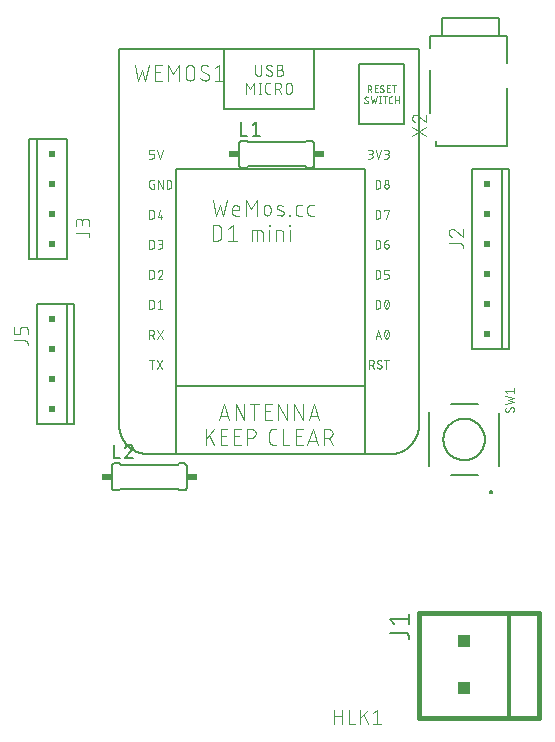
<source format=gbr>
G04 EAGLE Gerber X2 export*
%TF.Part,Single*%
%TF.FileFunction,Legend,Top,1*%
%TF.FilePolarity,Positive*%
%TF.GenerationSoftware,Autodesk,EAGLE,8.7.1*%
%TF.CreationDate,2021-04-30T08:45:36Z*%
G75*
%MOMM*%
%FSLAX34Y34*%
%LPD*%
%AMOC8*
5,1,8,0,0,1.08239X$1,22.5*%
G01*
%ADD10C,0.101600*%
%ADD11C,0.152400*%
%ADD12C,0.127000*%
%ADD13R,0.863600X0.609600*%
%ADD14C,0.076200*%
%ADD15C,0.200000*%
%ADD16C,0.050800*%
%ADD17C,0.203200*%
%ADD18R,0.508000X0.508000*%
%ADD19C,0.406400*%
%ADD20C,0.304800*%
%ADD21R,1.016000X1.016000*%


D10*
X569454Y152908D02*
X569454Y164592D01*
X569454Y159399D02*
X575945Y159399D01*
X575945Y164592D02*
X575945Y152908D01*
X581669Y152908D02*
X581669Y164592D01*
X581669Y152908D02*
X586861Y152908D01*
X591721Y152908D02*
X591721Y164592D01*
X598212Y164592D02*
X591721Y157452D01*
X594318Y160048D02*
X598212Y152908D01*
X602601Y161996D02*
X605846Y164592D01*
X605846Y152908D01*
X602601Y152908D02*
X609092Y152908D01*
D11*
X488950Y643890D02*
X488952Y643990D01*
X488958Y644089D01*
X488968Y644189D01*
X488981Y644287D01*
X488999Y644386D01*
X489020Y644483D01*
X489045Y644579D01*
X489074Y644675D01*
X489107Y644769D01*
X489143Y644862D01*
X489183Y644953D01*
X489227Y645043D01*
X489274Y645131D01*
X489324Y645217D01*
X489378Y645301D01*
X489435Y645383D01*
X489495Y645462D01*
X489559Y645540D01*
X489625Y645614D01*
X489694Y645686D01*
X489766Y645755D01*
X489840Y645821D01*
X489918Y645885D01*
X489997Y645945D01*
X490079Y646002D01*
X490163Y646056D01*
X490249Y646106D01*
X490337Y646153D01*
X490427Y646197D01*
X490518Y646237D01*
X490611Y646273D01*
X490705Y646306D01*
X490801Y646335D01*
X490897Y646360D01*
X490994Y646381D01*
X491093Y646399D01*
X491191Y646412D01*
X491291Y646422D01*
X491390Y646428D01*
X491490Y646430D01*
X488950Y626110D02*
X488952Y626010D01*
X488958Y625911D01*
X488968Y625811D01*
X488981Y625713D01*
X488999Y625614D01*
X489020Y625517D01*
X489045Y625421D01*
X489074Y625325D01*
X489107Y625231D01*
X489143Y625138D01*
X489183Y625047D01*
X489227Y624957D01*
X489274Y624869D01*
X489324Y624783D01*
X489378Y624699D01*
X489435Y624617D01*
X489495Y624538D01*
X489559Y624460D01*
X489625Y624386D01*
X489694Y624314D01*
X489766Y624245D01*
X489840Y624179D01*
X489918Y624115D01*
X489997Y624055D01*
X490079Y623998D01*
X490163Y623944D01*
X490249Y623894D01*
X490337Y623847D01*
X490427Y623803D01*
X490518Y623763D01*
X490611Y623727D01*
X490705Y623694D01*
X490801Y623665D01*
X490897Y623640D01*
X490994Y623619D01*
X491093Y623601D01*
X491191Y623588D01*
X491291Y623578D01*
X491390Y623572D01*
X491490Y623570D01*
X549910Y623570D02*
X550010Y623572D01*
X550109Y623578D01*
X550209Y623588D01*
X550307Y623601D01*
X550406Y623619D01*
X550503Y623640D01*
X550599Y623665D01*
X550695Y623694D01*
X550789Y623727D01*
X550882Y623763D01*
X550973Y623803D01*
X551063Y623847D01*
X551151Y623894D01*
X551237Y623944D01*
X551321Y623998D01*
X551403Y624055D01*
X551482Y624115D01*
X551560Y624179D01*
X551634Y624245D01*
X551706Y624314D01*
X551775Y624386D01*
X551841Y624460D01*
X551905Y624538D01*
X551965Y624617D01*
X552022Y624699D01*
X552076Y624783D01*
X552126Y624869D01*
X552173Y624957D01*
X552217Y625047D01*
X552257Y625138D01*
X552293Y625231D01*
X552326Y625325D01*
X552355Y625421D01*
X552380Y625517D01*
X552401Y625614D01*
X552419Y625713D01*
X552432Y625811D01*
X552442Y625911D01*
X552448Y626010D01*
X552450Y626110D01*
X552450Y643890D02*
X552448Y643990D01*
X552442Y644089D01*
X552432Y644189D01*
X552419Y644287D01*
X552401Y644386D01*
X552380Y644483D01*
X552355Y644579D01*
X552326Y644675D01*
X552293Y644769D01*
X552257Y644862D01*
X552217Y644953D01*
X552173Y645043D01*
X552126Y645131D01*
X552076Y645217D01*
X552022Y645301D01*
X551965Y645383D01*
X551905Y645462D01*
X551841Y645540D01*
X551775Y645614D01*
X551706Y645686D01*
X551634Y645755D01*
X551560Y645821D01*
X551482Y645885D01*
X551403Y645945D01*
X551321Y646002D01*
X551237Y646056D01*
X551151Y646106D01*
X551063Y646153D01*
X550973Y646197D01*
X550882Y646237D01*
X550789Y646273D01*
X550695Y646306D01*
X550599Y646335D01*
X550503Y646360D01*
X550406Y646381D01*
X550307Y646399D01*
X550209Y646412D01*
X550109Y646422D01*
X550010Y646428D01*
X549910Y646430D01*
X488950Y643890D02*
X488950Y626110D01*
X491490Y646430D02*
X495300Y646430D01*
X496570Y645160D01*
X495300Y623570D02*
X491490Y623570D01*
X495300Y623570D02*
X496570Y624840D01*
X544830Y645160D02*
X546100Y646430D01*
X544830Y645160D02*
X496570Y645160D01*
X544830Y624840D02*
X546100Y623570D01*
X544830Y624840D02*
X496570Y624840D01*
X546100Y646430D02*
X549910Y646430D01*
X549910Y623570D02*
X546100Y623570D01*
X552450Y626110D02*
X552450Y643890D01*
D12*
X490855Y650875D02*
X490855Y662305D01*
X490855Y650875D02*
X495935Y650875D01*
X500355Y659765D02*
X503530Y662305D01*
X503530Y650875D01*
X500355Y650875D02*
X506705Y650875D01*
D13*
X556768Y635000D03*
X484632Y635000D03*
D11*
X383540Y373380D02*
X383440Y373378D01*
X383341Y373372D01*
X383241Y373362D01*
X383143Y373349D01*
X383044Y373331D01*
X382947Y373310D01*
X382851Y373285D01*
X382755Y373256D01*
X382661Y373223D01*
X382568Y373187D01*
X382477Y373147D01*
X382387Y373103D01*
X382299Y373056D01*
X382213Y373006D01*
X382129Y372952D01*
X382047Y372895D01*
X381968Y372835D01*
X381890Y372771D01*
X381816Y372705D01*
X381744Y372636D01*
X381675Y372564D01*
X381609Y372490D01*
X381545Y372412D01*
X381485Y372333D01*
X381428Y372251D01*
X381374Y372167D01*
X381324Y372081D01*
X381277Y371993D01*
X381233Y371903D01*
X381193Y371812D01*
X381157Y371719D01*
X381124Y371625D01*
X381095Y371529D01*
X381070Y371433D01*
X381049Y371336D01*
X381031Y371237D01*
X381018Y371139D01*
X381008Y371039D01*
X381002Y370940D01*
X381000Y370840D01*
X381000Y353060D02*
X381002Y352960D01*
X381008Y352861D01*
X381018Y352761D01*
X381031Y352663D01*
X381049Y352564D01*
X381070Y352467D01*
X381095Y352371D01*
X381124Y352275D01*
X381157Y352181D01*
X381193Y352088D01*
X381233Y351997D01*
X381277Y351907D01*
X381324Y351819D01*
X381374Y351733D01*
X381428Y351649D01*
X381485Y351567D01*
X381545Y351488D01*
X381609Y351410D01*
X381675Y351336D01*
X381744Y351264D01*
X381816Y351195D01*
X381890Y351129D01*
X381968Y351065D01*
X382047Y351005D01*
X382129Y350948D01*
X382213Y350894D01*
X382299Y350844D01*
X382387Y350797D01*
X382477Y350753D01*
X382568Y350713D01*
X382661Y350677D01*
X382755Y350644D01*
X382851Y350615D01*
X382947Y350590D01*
X383044Y350569D01*
X383143Y350551D01*
X383241Y350538D01*
X383341Y350528D01*
X383440Y350522D01*
X383540Y350520D01*
X441960Y350520D02*
X442060Y350522D01*
X442159Y350528D01*
X442259Y350538D01*
X442357Y350551D01*
X442456Y350569D01*
X442553Y350590D01*
X442649Y350615D01*
X442745Y350644D01*
X442839Y350677D01*
X442932Y350713D01*
X443023Y350753D01*
X443113Y350797D01*
X443201Y350844D01*
X443287Y350894D01*
X443371Y350948D01*
X443453Y351005D01*
X443532Y351065D01*
X443610Y351129D01*
X443684Y351195D01*
X443756Y351264D01*
X443825Y351336D01*
X443891Y351410D01*
X443955Y351488D01*
X444015Y351567D01*
X444072Y351649D01*
X444126Y351733D01*
X444176Y351819D01*
X444223Y351907D01*
X444267Y351997D01*
X444307Y352088D01*
X444343Y352181D01*
X444376Y352275D01*
X444405Y352371D01*
X444430Y352467D01*
X444451Y352564D01*
X444469Y352663D01*
X444482Y352761D01*
X444492Y352861D01*
X444498Y352960D01*
X444500Y353060D01*
X444500Y370840D02*
X444498Y370940D01*
X444492Y371039D01*
X444482Y371139D01*
X444469Y371237D01*
X444451Y371336D01*
X444430Y371433D01*
X444405Y371529D01*
X444376Y371625D01*
X444343Y371719D01*
X444307Y371812D01*
X444267Y371903D01*
X444223Y371993D01*
X444176Y372081D01*
X444126Y372167D01*
X444072Y372251D01*
X444015Y372333D01*
X443955Y372412D01*
X443891Y372490D01*
X443825Y372564D01*
X443756Y372636D01*
X443684Y372705D01*
X443610Y372771D01*
X443532Y372835D01*
X443453Y372895D01*
X443371Y372952D01*
X443287Y373006D01*
X443201Y373056D01*
X443113Y373103D01*
X443023Y373147D01*
X442932Y373187D01*
X442839Y373223D01*
X442745Y373256D01*
X442649Y373285D01*
X442553Y373310D01*
X442456Y373331D01*
X442357Y373349D01*
X442259Y373362D01*
X442159Y373372D01*
X442060Y373378D01*
X441960Y373380D01*
X381000Y370840D02*
X381000Y353060D01*
X383540Y373380D02*
X387350Y373380D01*
X388620Y372110D01*
X387350Y350520D02*
X383540Y350520D01*
X387350Y350520D02*
X388620Y351790D01*
X436880Y372110D02*
X438150Y373380D01*
X436880Y372110D02*
X388620Y372110D01*
X436880Y351790D02*
X438150Y350520D01*
X436880Y351790D02*
X388620Y351790D01*
X438150Y373380D02*
X441960Y373380D01*
X441960Y350520D02*
X438150Y350520D01*
X444500Y353060D02*
X444500Y370840D01*
D12*
X382905Y377825D02*
X382905Y389255D01*
X382905Y377825D02*
X387985Y377825D01*
X398755Y386398D02*
X398753Y386502D01*
X398747Y386607D01*
X398738Y386711D01*
X398725Y386814D01*
X398707Y386917D01*
X398687Y387019D01*
X398662Y387121D01*
X398634Y387221D01*
X398602Y387321D01*
X398566Y387419D01*
X398527Y387516D01*
X398485Y387611D01*
X398439Y387705D01*
X398389Y387797D01*
X398337Y387887D01*
X398281Y387975D01*
X398221Y388061D01*
X398159Y388145D01*
X398094Y388226D01*
X398026Y388305D01*
X397954Y388382D01*
X397881Y388455D01*
X397804Y388527D01*
X397725Y388595D01*
X397644Y388660D01*
X397560Y388722D01*
X397474Y388782D01*
X397386Y388838D01*
X397296Y388890D01*
X397204Y388940D01*
X397110Y388986D01*
X397015Y389028D01*
X396918Y389067D01*
X396820Y389103D01*
X396720Y389135D01*
X396620Y389163D01*
X396518Y389188D01*
X396416Y389208D01*
X396313Y389226D01*
X396210Y389239D01*
X396106Y389248D01*
X396001Y389254D01*
X395897Y389256D01*
X395897Y389255D02*
X395779Y389253D01*
X395660Y389247D01*
X395542Y389238D01*
X395425Y389225D01*
X395308Y389207D01*
X395191Y389187D01*
X395075Y389162D01*
X394960Y389134D01*
X394847Y389101D01*
X394734Y389066D01*
X394622Y389026D01*
X394512Y388984D01*
X394403Y388937D01*
X394295Y388887D01*
X394190Y388834D01*
X394086Y388777D01*
X393984Y388717D01*
X393884Y388654D01*
X393786Y388587D01*
X393690Y388518D01*
X393597Y388445D01*
X393506Y388369D01*
X393417Y388291D01*
X393331Y388209D01*
X393248Y388125D01*
X393167Y388039D01*
X393090Y387949D01*
X393015Y387858D01*
X392943Y387764D01*
X392874Y387667D01*
X392809Y387569D01*
X392746Y387468D01*
X392687Y387365D01*
X392631Y387261D01*
X392579Y387155D01*
X392530Y387047D01*
X392485Y386938D01*
X392443Y386827D01*
X392405Y386715D01*
X397802Y384176D02*
X397878Y384251D01*
X397953Y384330D01*
X398024Y384411D01*
X398093Y384495D01*
X398158Y384581D01*
X398220Y384669D01*
X398280Y384759D01*
X398336Y384851D01*
X398389Y384946D01*
X398438Y385042D01*
X398484Y385140D01*
X398527Y385239D01*
X398566Y385340D01*
X398601Y385442D01*
X398633Y385545D01*
X398661Y385649D01*
X398686Y385754D01*
X398707Y385861D01*
X398724Y385967D01*
X398737Y386074D01*
X398746Y386182D01*
X398752Y386290D01*
X398754Y386398D01*
X397802Y384175D02*
X392405Y377825D01*
X398755Y377825D01*
D13*
X448818Y361950D03*
X376682Y361950D03*
D12*
X709400Y370700D02*
X709400Y415700D01*
X690950Y363700D02*
X667950Y363700D01*
X649500Y370700D02*
X649500Y416700D01*
X667950Y423650D02*
X690950Y423650D01*
D14*
X719907Y420870D02*
X719986Y420868D01*
X720065Y420862D01*
X720143Y420853D01*
X720221Y420839D01*
X720298Y420822D01*
X720374Y420801D01*
X720449Y420776D01*
X720523Y420747D01*
X720595Y420715D01*
X720666Y420680D01*
X720735Y420641D01*
X720801Y420599D01*
X720866Y420553D01*
X720928Y420505D01*
X720988Y420453D01*
X721045Y420398D01*
X721100Y420341D01*
X721152Y420281D01*
X721200Y420219D01*
X721246Y420154D01*
X721288Y420088D01*
X721327Y420019D01*
X721362Y419948D01*
X721394Y419876D01*
X721423Y419802D01*
X721448Y419727D01*
X721469Y419651D01*
X721486Y419574D01*
X721500Y419496D01*
X721509Y419418D01*
X721515Y419339D01*
X721517Y419260D01*
X721515Y419148D01*
X721510Y419036D01*
X721500Y418925D01*
X721488Y418814D01*
X721471Y418703D01*
X721451Y418593D01*
X721427Y418483D01*
X721400Y418375D01*
X721369Y418267D01*
X721335Y418161D01*
X721297Y418056D01*
X721255Y417952D01*
X721211Y417849D01*
X721162Y417748D01*
X721111Y417649D01*
X721056Y417551D01*
X720999Y417455D01*
X720938Y417361D01*
X720874Y417269D01*
X720807Y417180D01*
X720737Y417092D01*
X720664Y417007D01*
X720589Y416925D01*
X720511Y416844D01*
X715881Y417045D02*
X715802Y417047D01*
X715723Y417053D01*
X715645Y417062D01*
X715567Y417076D01*
X715490Y417093D01*
X715413Y417114D01*
X715338Y417139D01*
X715264Y417168D01*
X715192Y417200D01*
X715122Y417235D01*
X715053Y417274D01*
X714986Y417317D01*
X714921Y417362D01*
X714859Y417411D01*
X714799Y417462D01*
X714742Y417517D01*
X714687Y417574D01*
X714636Y417634D01*
X714587Y417696D01*
X714542Y417761D01*
X714499Y417828D01*
X714460Y417897D01*
X714425Y417967D01*
X714393Y418039D01*
X714364Y418113D01*
X714339Y418188D01*
X714318Y418265D01*
X714301Y418342D01*
X714287Y418420D01*
X714278Y418498D01*
X714272Y418577D01*
X714270Y418656D01*
X714272Y418764D01*
X714278Y418872D01*
X714287Y418979D01*
X714301Y419086D01*
X714318Y419193D01*
X714339Y419299D01*
X714364Y419404D01*
X714393Y419508D01*
X714425Y419611D01*
X714461Y419713D01*
X714501Y419813D01*
X714544Y419912D01*
X714590Y420010D01*
X714640Y420105D01*
X714694Y420199D01*
X714751Y420291D01*
X714811Y420381D01*
X714874Y420468D01*
X717290Y417850D02*
X717250Y417785D01*
X717206Y417721D01*
X717159Y417660D01*
X717110Y417601D01*
X717057Y417544D01*
X717002Y417490D01*
X716945Y417438D01*
X716885Y417389D01*
X716823Y417343D01*
X716759Y417300D01*
X716693Y417261D01*
X716625Y417224D01*
X716555Y417190D01*
X716484Y417160D01*
X716412Y417133D01*
X716338Y417110D01*
X716263Y417090D01*
X716188Y417074D01*
X716112Y417061D01*
X716035Y417052D01*
X715958Y417047D01*
X715881Y417045D01*
X718498Y420066D02*
X718538Y420131D01*
X718582Y420195D01*
X718629Y420256D01*
X718678Y420315D01*
X718731Y420372D01*
X718786Y420426D01*
X718843Y420478D01*
X718903Y420527D01*
X718965Y420573D01*
X719029Y420616D01*
X719095Y420655D01*
X719163Y420692D01*
X719233Y420726D01*
X719304Y420756D01*
X719376Y420783D01*
X719450Y420806D01*
X719525Y420826D01*
X719600Y420842D01*
X719676Y420855D01*
X719753Y420864D01*
X719830Y420869D01*
X719907Y420871D01*
X718498Y420065D02*
X717290Y417851D01*
X714270Y423566D02*
X721518Y425176D01*
X716686Y426786D01*
X721518Y428397D01*
X714270Y430007D01*
X715881Y432943D02*
X714270Y434956D01*
X721518Y434956D01*
X721518Y432943D02*
X721518Y436969D01*
D12*
X661900Y393700D02*
X661905Y394131D01*
X661921Y394561D01*
X661948Y394991D01*
X661985Y395420D01*
X662032Y395848D01*
X662090Y396275D01*
X662158Y396700D01*
X662237Y397124D01*
X662326Y397545D01*
X662426Y397964D01*
X662536Y398381D01*
X662656Y398794D01*
X662786Y399205D01*
X662926Y399612D01*
X663076Y400016D01*
X663236Y400416D01*
X663406Y400812D01*
X663585Y401204D01*
X663774Y401591D01*
X663972Y401973D01*
X664180Y402350D01*
X664397Y402723D01*
X664623Y403089D01*
X664858Y403450D01*
X665101Y403805D01*
X665354Y404155D01*
X665615Y404497D01*
X665884Y404834D01*
X666161Y405163D01*
X666446Y405486D01*
X666739Y405801D01*
X667040Y406110D01*
X667349Y406411D01*
X667664Y406704D01*
X667987Y406989D01*
X668316Y407266D01*
X668653Y407535D01*
X668995Y407796D01*
X669345Y408049D01*
X669700Y408292D01*
X670061Y408527D01*
X670427Y408753D01*
X670800Y408970D01*
X671177Y409178D01*
X671559Y409376D01*
X671946Y409565D01*
X672338Y409744D01*
X672734Y409914D01*
X673134Y410074D01*
X673538Y410224D01*
X673945Y410364D01*
X674356Y410494D01*
X674769Y410614D01*
X675186Y410724D01*
X675605Y410824D01*
X676026Y410913D01*
X676450Y410992D01*
X676875Y411060D01*
X677302Y411118D01*
X677730Y411165D01*
X678159Y411202D01*
X678589Y411229D01*
X679019Y411245D01*
X679450Y411250D01*
X679881Y411245D01*
X680311Y411229D01*
X680741Y411202D01*
X681170Y411165D01*
X681598Y411118D01*
X682025Y411060D01*
X682450Y410992D01*
X682874Y410913D01*
X683295Y410824D01*
X683714Y410724D01*
X684131Y410614D01*
X684544Y410494D01*
X684955Y410364D01*
X685362Y410224D01*
X685766Y410074D01*
X686166Y409914D01*
X686562Y409744D01*
X686954Y409565D01*
X687341Y409376D01*
X687723Y409178D01*
X688100Y408970D01*
X688473Y408753D01*
X688839Y408527D01*
X689200Y408292D01*
X689555Y408049D01*
X689905Y407796D01*
X690247Y407535D01*
X690584Y407266D01*
X690913Y406989D01*
X691236Y406704D01*
X691551Y406411D01*
X691860Y406110D01*
X692161Y405801D01*
X692454Y405486D01*
X692739Y405163D01*
X693016Y404834D01*
X693285Y404497D01*
X693546Y404155D01*
X693799Y403805D01*
X694042Y403450D01*
X694277Y403089D01*
X694503Y402723D01*
X694720Y402350D01*
X694928Y401973D01*
X695126Y401591D01*
X695315Y401204D01*
X695494Y400812D01*
X695664Y400416D01*
X695824Y400016D01*
X695974Y399612D01*
X696114Y399205D01*
X696244Y398794D01*
X696364Y398381D01*
X696474Y397964D01*
X696574Y397545D01*
X696663Y397124D01*
X696742Y396700D01*
X696810Y396275D01*
X696868Y395848D01*
X696915Y395420D01*
X696952Y394991D01*
X696979Y394561D01*
X696995Y394131D01*
X697000Y393700D01*
X696995Y393269D01*
X696979Y392839D01*
X696952Y392409D01*
X696915Y391980D01*
X696868Y391552D01*
X696810Y391125D01*
X696742Y390700D01*
X696663Y390276D01*
X696574Y389855D01*
X696474Y389436D01*
X696364Y389019D01*
X696244Y388606D01*
X696114Y388195D01*
X695974Y387788D01*
X695824Y387384D01*
X695664Y386984D01*
X695494Y386588D01*
X695315Y386196D01*
X695126Y385809D01*
X694928Y385427D01*
X694720Y385050D01*
X694503Y384677D01*
X694277Y384311D01*
X694042Y383950D01*
X693799Y383595D01*
X693546Y383245D01*
X693285Y382903D01*
X693016Y382566D01*
X692739Y382237D01*
X692454Y381914D01*
X692161Y381599D01*
X691860Y381290D01*
X691551Y380989D01*
X691236Y380696D01*
X690913Y380411D01*
X690584Y380134D01*
X690247Y379865D01*
X689905Y379604D01*
X689555Y379351D01*
X689200Y379108D01*
X688839Y378873D01*
X688473Y378647D01*
X688100Y378430D01*
X687723Y378222D01*
X687341Y378024D01*
X686954Y377835D01*
X686562Y377656D01*
X686166Y377486D01*
X685766Y377326D01*
X685362Y377176D01*
X684955Y377036D01*
X684544Y376906D01*
X684131Y376786D01*
X683714Y376676D01*
X683295Y376576D01*
X682874Y376487D01*
X682450Y376408D01*
X682025Y376340D01*
X681598Y376282D01*
X681170Y376235D01*
X680741Y376198D01*
X680311Y376171D01*
X679881Y376155D01*
X679450Y376150D01*
X679019Y376155D01*
X678589Y376171D01*
X678159Y376198D01*
X677730Y376235D01*
X677302Y376282D01*
X676875Y376340D01*
X676450Y376408D01*
X676026Y376487D01*
X675605Y376576D01*
X675186Y376676D01*
X674769Y376786D01*
X674356Y376906D01*
X673945Y377036D01*
X673538Y377176D01*
X673134Y377326D01*
X672734Y377486D01*
X672338Y377656D01*
X671946Y377835D01*
X671559Y378024D01*
X671177Y378222D01*
X670800Y378430D01*
X670427Y378647D01*
X670061Y378873D01*
X669700Y379108D01*
X669345Y379351D01*
X668995Y379604D01*
X668653Y379865D01*
X668316Y380134D01*
X667987Y380411D01*
X667664Y380696D01*
X667349Y380989D01*
X667040Y381290D01*
X666739Y381599D01*
X666446Y381914D01*
X666161Y382237D01*
X665884Y382566D01*
X665615Y382903D01*
X665354Y383245D01*
X665101Y383595D01*
X664858Y383950D01*
X664623Y384311D01*
X664397Y384677D01*
X664180Y385050D01*
X663972Y385427D01*
X663774Y385809D01*
X663585Y386196D01*
X663406Y386588D01*
X663236Y386984D01*
X663076Y387384D01*
X662926Y387788D01*
X662786Y388195D01*
X662656Y388606D01*
X662536Y389019D01*
X662426Y389436D01*
X662326Y389855D01*
X662237Y390276D01*
X662158Y390700D01*
X662090Y391125D01*
X662032Y391552D01*
X661985Y391980D01*
X661948Y392409D01*
X661921Y392839D01*
X661905Y393269D01*
X661900Y393700D01*
D15*
X700950Y349250D02*
X700952Y349313D01*
X700958Y349375D01*
X700968Y349437D01*
X700981Y349499D01*
X700999Y349559D01*
X701020Y349618D01*
X701045Y349676D01*
X701074Y349732D01*
X701106Y349786D01*
X701141Y349838D01*
X701179Y349887D01*
X701221Y349935D01*
X701265Y349979D01*
X701313Y350021D01*
X701362Y350059D01*
X701414Y350094D01*
X701468Y350126D01*
X701524Y350155D01*
X701582Y350180D01*
X701641Y350201D01*
X701701Y350219D01*
X701763Y350232D01*
X701825Y350242D01*
X701887Y350248D01*
X701950Y350250D01*
X702013Y350248D01*
X702075Y350242D01*
X702137Y350232D01*
X702199Y350219D01*
X702259Y350201D01*
X702318Y350180D01*
X702376Y350155D01*
X702432Y350126D01*
X702486Y350094D01*
X702538Y350059D01*
X702587Y350021D01*
X702635Y349979D01*
X702679Y349935D01*
X702721Y349887D01*
X702759Y349838D01*
X702794Y349786D01*
X702826Y349732D01*
X702855Y349676D01*
X702880Y349618D01*
X702901Y349559D01*
X702919Y349499D01*
X702932Y349437D01*
X702942Y349375D01*
X702948Y349313D01*
X702950Y349250D01*
X702948Y349187D01*
X702942Y349125D01*
X702932Y349063D01*
X702919Y349001D01*
X702901Y348941D01*
X702880Y348882D01*
X702855Y348824D01*
X702826Y348768D01*
X702794Y348714D01*
X702759Y348662D01*
X702721Y348613D01*
X702679Y348565D01*
X702635Y348521D01*
X702587Y348479D01*
X702538Y348441D01*
X702486Y348406D01*
X702432Y348374D01*
X702376Y348345D01*
X702318Y348320D01*
X702259Y348299D01*
X702199Y348281D01*
X702137Y348268D01*
X702075Y348258D01*
X702013Y348252D01*
X701950Y348250D01*
X701887Y348252D01*
X701825Y348258D01*
X701763Y348268D01*
X701701Y348281D01*
X701641Y348299D01*
X701582Y348320D01*
X701524Y348345D01*
X701468Y348374D01*
X701414Y348406D01*
X701362Y348441D01*
X701313Y348479D01*
X701265Y348521D01*
X701221Y348565D01*
X701179Y348613D01*
X701141Y348662D01*
X701106Y348714D01*
X701074Y348768D01*
X701045Y348824D01*
X701020Y348882D01*
X700999Y348941D01*
X700981Y349001D01*
X700968Y349063D01*
X700958Y349125D01*
X700952Y349187D01*
X700950Y349250D01*
D12*
X435350Y381240D02*
X435350Y439240D01*
X595350Y439240D02*
X595350Y381240D01*
X435350Y381240D01*
X435350Y439240D02*
X595350Y439240D01*
D10*
X469555Y583184D02*
X466620Y596392D01*
X472490Y591989D02*
X469555Y583184D01*
X475426Y583184D02*
X472490Y591989D01*
X478361Y596392D02*
X475426Y583184D01*
X485412Y583184D02*
X489081Y583184D01*
X485412Y583184D02*
X485321Y583186D01*
X485230Y583192D01*
X485140Y583201D01*
X485050Y583214D01*
X484960Y583231D01*
X484872Y583251D01*
X484784Y583276D01*
X484697Y583303D01*
X484612Y583335D01*
X484528Y583369D01*
X484445Y583408D01*
X484364Y583449D01*
X484285Y583494D01*
X484208Y583542D01*
X484133Y583594D01*
X484060Y583648D01*
X483989Y583705D01*
X483921Y583766D01*
X483856Y583829D01*
X483793Y583894D01*
X483732Y583962D01*
X483675Y584033D01*
X483621Y584106D01*
X483569Y584181D01*
X483521Y584258D01*
X483476Y584337D01*
X483435Y584418D01*
X483396Y584501D01*
X483362Y584585D01*
X483330Y584670D01*
X483303Y584757D01*
X483278Y584845D01*
X483258Y584933D01*
X483241Y585023D01*
X483228Y585113D01*
X483219Y585203D01*
X483213Y585294D01*
X483211Y585385D01*
X483210Y585385D02*
X483210Y589054D01*
X483212Y589161D01*
X483218Y589268D01*
X483228Y589375D01*
X483241Y589481D01*
X483259Y589587D01*
X483280Y589692D01*
X483305Y589796D01*
X483334Y589900D01*
X483367Y590002D01*
X483404Y590102D01*
X483444Y590202D01*
X483488Y590300D01*
X483535Y590396D01*
X483586Y590490D01*
X483640Y590583D01*
X483697Y590673D01*
X483758Y590762D01*
X483822Y590848D01*
X483889Y590931D01*
X483959Y591013D01*
X484032Y591091D01*
X484108Y591167D01*
X484186Y591240D01*
X484268Y591310D01*
X484351Y591377D01*
X484437Y591441D01*
X484526Y591502D01*
X484616Y591559D01*
X484709Y591613D01*
X484803Y591664D01*
X484899Y591711D01*
X484997Y591755D01*
X485097Y591795D01*
X485197Y591832D01*
X485299Y591865D01*
X485403Y591894D01*
X485507Y591919D01*
X485612Y591940D01*
X485718Y591958D01*
X485824Y591971D01*
X485931Y591981D01*
X486038Y591987D01*
X486145Y591989D01*
X486252Y591987D01*
X486359Y591981D01*
X486466Y591971D01*
X486572Y591958D01*
X486678Y591940D01*
X486783Y591919D01*
X486887Y591894D01*
X486991Y591865D01*
X487093Y591832D01*
X487193Y591795D01*
X487293Y591755D01*
X487391Y591711D01*
X487487Y591664D01*
X487581Y591613D01*
X487674Y591559D01*
X487764Y591502D01*
X487853Y591441D01*
X487939Y591377D01*
X488022Y591310D01*
X488104Y591240D01*
X488182Y591167D01*
X488258Y591091D01*
X488331Y591013D01*
X488401Y590931D01*
X488468Y590848D01*
X488532Y590762D01*
X488593Y590673D01*
X488650Y590583D01*
X488704Y590490D01*
X488755Y590396D01*
X488802Y590300D01*
X488846Y590202D01*
X488886Y590102D01*
X488923Y590002D01*
X488956Y589900D01*
X488985Y589796D01*
X489010Y589692D01*
X489031Y589587D01*
X489049Y589481D01*
X489062Y589375D01*
X489072Y589268D01*
X489078Y589161D01*
X489080Y589054D01*
X489081Y589054D02*
X489081Y587587D01*
X483210Y587587D01*
X494971Y583184D02*
X494971Y596392D01*
X499374Y589054D01*
X503776Y596392D01*
X503776Y583184D01*
X509667Y586119D02*
X509667Y589054D01*
X509669Y589161D01*
X509675Y589268D01*
X509685Y589375D01*
X509698Y589481D01*
X509716Y589587D01*
X509737Y589692D01*
X509762Y589796D01*
X509791Y589900D01*
X509824Y590002D01*
X509861Y590102D01*
X509901Y590202D01*
X509945Y590300D01*
X509992Y590396D01*
X510043Y590490D01*
X510097Y590583D01*
X510154Y590673D01*
X510215Y590762D01*
X510279Y590848D01*
X510346Y590931D01*
X510416Y591013D01*
X510489Y591091D01*
X510565Y591167D01*
X510643Y591240D01*
X510725Y591310D01*
X510808Y591377D01*
X510894Y591441D01*
X510983Y591502D01*
X511073Y591559D01*
X511166Y591613D01*
X511260Y591664D01*
X511356Y591711D01*
X511454Y591755D01*
X511554Y591795D01*
X511654Y591832D01*
X511756Y591865D01*
X511860Y591894D01*
X511964Y591919D01*
X512069Y591940D01*
X512175Y591958D01*
X512281Y591971D01*
X512388Y591981D01*
X512495Y591987D01*
X512602Y591989D01*
X512709Y591987D01*
X512816Y591981D01*
X512923Y591971D01*
X513029Y591958D01*
X513135Y591940D01*
X513240Y591919D01*
X513344Y591894D01*
X513448Y591865D01*
X513550Y591832D01*
X513650Y591795D01*
X513750Y591755D01*
X513848Y591711D01*
X513944Y591664D01*
X514038Y591613D01*
X514131Y591559D01*
X514221Y591502D01*
X514310Y591441D01*
X514396Y591377D01*
X514479Y591310D01*
X514561Y591240D01*
X514639Y591167D01*
X514715Y591091D01*
X514788Y591013D01*
X514858Y590931D01*
X514925Y590848D01*
X514989Y590762D01*
X515050Y590673D01*
X515107Y590583D01*
X515161Y590490D01*
X515212Y590396D01*
X515259Y590300D01*
X515303Y590202D01*
X515343Y590102D01*
X515380Y590002D01*
X515413Y589900D01*
X515442Y589796D01*
X515467Y589692D01*
X515488Y589587D01*
X515506Y589481D01*
X515519Y589375D01*
X515529Y589268D01*
X515535Y589161D01*
X515537Y589054D01*
X515537Y586119D01*
X515535Y586012D01*
X515529Y585905D01*
X515519Y585798D01*
X515506Y585692D01*
X515488Y585586D01*
X515467Y585481D01*
X515442Y585377D01*
X515413Y585273D01*
X515380Y585171D01*
X515343Y585071D01*
X515303Y584971D01*
X515259Y584873D01*
X515212Y584777D01*
X515161Y584683D01*
X515107Y584590D01*
X515050Y584500D01*
X514989Y584411D01*
X514925Y584325D01*
X514858Y584242D01*
X514788Y584160D01*
X514715Y584082D01*
X514639Y584006D01*
X514561Y583933D01*
X514479Y583863D01*
X514396Y583796D01*
X514310Y583732D01*
X514221Y583671D01*
X514131Y583614D01*
X514038Y583560D01*
X513944Y583509D01*
X513848Y583462D01*
X513750Y583418D01*
X513650Y583378D01*
X513550Y583341D01*
X513448Y583308D01*
X513344Y583279D01*
X513240Y583254D01*
X513135Y583233D01*
X513029Y583215D01*
X512923Y583202D01*
X512816Y583192D01*
X512709Y583186D01*
X512602Y583184D01*
X512495Y583186D01*
X512388Y583192D01*
X512281Y583202D01*
X512175Y583215D01*
X512069Y583233D01*
X511964Y583254D01*
X511860Y583279D01*
X511756Y583308D01*
X511654Y583341D01*
X511554Y583378D01*
X511454Y583418D01*
X511356Y583462D01*
X511260Y583509D01*
X511166Y583560D01*
X511073Y583614D01*
X510983Y583671D01*
X510894Y583732D01*
X510808Y583796D01*
X510725Y583863D01*
X510643Y583933D01*
X510565Y584006D01*
X510489Y584082D01*
X510416Y584160D01*
X510346Y584242D01*
X510279Y584325D01*
X510215Y584411D01*
X510154Y584500D01*
X510097Y584590D01*
X510043Y584683D01*
X509992Y584777D01*
X509945Y584873D01*
X509901Y584971D01*
X509861Y585071D01*
X509824Y585171D01*
X509791Y585273D01*
X509762Y585377D01*
X509737Y585481D01*
X509716Y585586D01*
X509698Y585692D01*
X509685Y585798D01*
X509675Y585905D01*
X509669Y586012D01*
X509667Y586119D01*
X521862Y588320D02*
X525531Y586853D01*
X521862Y588320D02*
X521783Y588354D01*
X521705Y588392D01*
X521628Y588433D01*
X521554Y588477D01*
X521482Y588525D01*
X521412Y588576D01*
X521345Y588630D01*
X521280Y588687D01*
X521217Y588748D01*
X521158Y588810D01*
X521101Y588876D01*
X521048Y588944D01*
X520997Y589014D01*
X520950Y589087D01*
X520906Y589162D01*
X520866Y589238D01*
X520829Y589317D01*
X520796Y589396D01*
X520766Y589478D01*
X520740Y589560D01*
X520718Y589644D01*
X520700Y589729D01*
X520686Y589814D01*
X520675Y589900D01*
X520669Y589986D01*
X520666Y590073D01*
X520667Y590160D01*
X520673Y590246D01*
X520682Y590332D01*
X520695Y590418D01*
X520712Y590503D01*
X520733Y590587D01*
X520757Y590670D01*
X520786Y590751D01*
X520818Y590832D01*
X520853Y590911D01*
X520893Y590988D01*
X520935Y591063D01*
X520982Y591136D01*
X521031Y591208D01*
X521083Y591276D01*
X521139Y591343D01*
X521198Y591406D01*
X521259Y591467D01*
X521323Y591526D01*
X521390Y591581D01*
X521459Y591633D01*
X521531Y591682D01*
X521604Y591727D01*
X521680Y591769D01*
X521757Y591808D01*
X521836Y591843D01*
X521917Y591875D01*
X521999Y591903D01*
X522082Y591927D01*
X522166Y591947D01*
X522251Y591963D01*
X522337Y591976D01*
X522423Y591984D01*
X522510Y591989D01*
X522596Y591990D01*
X522596Y591989D02*
X522796Y591984D01*
X522996Y591974D01*
X523196Y591959D01*
X523396Y591939D01*
X523595Y591915D01*
X523793Y591885D01*
X523990Y591851D01*
X524187Y591813D01*
X524382Y591769D01*
X524577Y591721D01*
X524770Y591668D01*
X524962Y591611D01*
X525153Y591549D01*
X525342Y591482D01*
X525529Y591411D01*
X525714Y591335D01*
X525898Y591255D01*
X525532Y586853D02*
X525611Y586819D01*
X525689Y586781D01*
X525766Y586740D01*
X525840Y586696D01*
X525912Y586648D01*
X525982Y586597D01*
X526049Y586543D01*
X526114Y586486D01*
X526177Y586425D01*
X526236Y586363D01*
X526293Y586297D01*
X526346Y586229D01*
X526397Y586159D01*
X526444Y586086D01*
X526488Y586011D01*
X526528Y585935D01*
X526565Y585856D01*
X526598Y585777D01*
X526628Y585695D01*
X526654Y585613D01*
X526676Y585529D01*
X526694Y585444D01*
X526708Y585359D01*
X526719Y585273D01*
X526725Y585187D01*
X526728Y585100D01*
X526727Y585013D01*
X526721Y584927D01*
X526712Y584841D01*
X526699Y584755D01*
X526682Y584670D01*
X526661Y584586D01*
X526637Y584503D01*
X526608Y584422D01*
X526576Y584341D01*
X526541Y584262D01*
X526501Y584185D01*
X526459Y584110D01*
X526412Y584037D01*
X526363Y583965D01*
X526311Y583897D01*
X526255Y583830D01*
X526196Y583767D01*
X526135Y583706D01*
X526071Y583647D01*
X526004Y583592D01*
X525935Y583540D01*
X525863Y583491D01*
X525790Y583446D01*
X525714Y583404D01*
X525637Y583365D01*
X525558Y583330D01*
X525477Y583298D01*
X525395Y583270D01*
X525312Y583246D01*
X525228Y583226D01*
X525143Y583210D01*
X525057Y583197D01*
X524971Y583189D01*
X524884Y583184D01*
X524798Y583183D01*
X524797Y583184D02*
X524503Y583192D01*
X524209Y583207D01*
X523915Y583228D01*
X523622Y583257D01*
X523330Y583292D01*
X523039Y583335D01*
X522749Y583384D01*
X522460Y583440D01*
X522172Y583503D01*
X521886Y583572D01*
X521602Y583649D01*
X521320Y583732D01*
X521040Y583822D01*
X520761Y583918D01*
X531438Y583918D02*
X531438Y583184D01*
X531438Y583918D02*
X532171Y583918D01*
X532171Y583184D01*
X531438Y583184D01*
X539192Y583184D02*
X542127Y583184D01*
X539192Y583184D02*
X539101Y583186D01*
X539010Y583192D01*
X538920Y583201D01*
X538830Y583214D01*
X538740Y583231D01*
X538652Y583251D01*
X538564Y583276D01*
X538477Y583303D01*
X538392Y583335D01*
X538308Y583369D01*
X538225Y583408D01*
X538144Y583449D01*
X538065Y583494D01*
X537988Y583542D01*
X537913Y583594D01*
X537840Y583648D01*
X537769Y583705D01*
X537701Y583766D01*
X537636Y583829D01*
X537573Y583894D01*
X537512Y583962D01*
X537455Y584033D01*
X537401Y584106D01*
X537349Y584181D01*
X537301Y584258D01*
X537256Y584337D01*
X537215Y584418D01*
X537176Y584501D01*
X537142Y584585D01*
X537110Y584670D01*
X537083Y584757D01*
X537058Y584845D01*
X537038Y584933D01*
X537021Y585023D01*
X537008Y585113D01*
X536999Y585203D01*
X536993Y585294D01*
X536991Y585385D01*
X536991Y589788D01*
X536993Y589879D01*
X536999Y589970D01*
X537008Y590060D01*
X537021Y590150D01*
X537038Y590240D01*
X537058Y590328D01*
X537083Y590416D01*
X537110Y590503D01*
X537142Y590588D01*
X537176Y590672D01*
X537215Y590755D01*
X537256Y590836D01*
X537301Y590915D01*
X537349Y590992D01*
X537401Y591067D01*
X537455Y591140D01*
X537512Y591211D01*
X537573Y591279D01*
X537636Y591344D01*
X537701Y591407D01*
X537769Y591468D01*
X537840Y591525D01*
X537913Y591579D01*
X537988Y591631D01*
X538065Y591679D01*
X538144Y591724D01*
X538225Y591765D01*
X538308Y591804D01*
X538392Y591838D01*
X538477Y591870D01*
X538564Y591897D01*
X538652Y591922D01*
X538740Y591942D01*
X538830Y591959D01*
X538920Y591972D01*
X539010Y591981D01*
X539101Y591987D01*
X539192Y591989D01*
X542127Y591989D01*
X549007Y583184D02*
X551942Y583184D01*
X549007Y583184D02*
X548916Y583186D01*
X548825Y583192D01*
X548735Y583201D01*
X548645Y583214D01*
X548555Y583231D01*
X548467Y583251D01*
X548379Y583276D01*
X548292Y583303D01*
X548207Y583335D01*
X548123Y583369D01*
X548040Y583408D01*
X547959Y583449D01*
X547880Y583494D01*
X547803Y583542D01*
X547728Y583594D01*
X547655Y583648D01*
X547584Y583705D01*
X547516Y583766D01*
X547451Y583829D01*
X547388Y583894D01*
X547327Y583962D01*
X547270Y584033D01*
X547216Y584106D01*
X547164Y584181D01*
X547116Y584258D01*
X547071Y584337D01*
X547030Y584418D01*
X546991Y584501D01*
X546957Y584585D01*
X546925Y584670D01*
X546898Y584757D01*
X546873Y584845D01*
X546853Y584933D01*
X546836Y585023D01*
X546823Y585113D01*
X546814Y585203D01*
X546808Y585294D01*
X546806Y585385D01*
X546806Y589788D01*
X546808Y589879D01*
X546814Y589970D01*
X546823Y590060D01*
X546836Y590150D01*
X546853Y590240D01*
X546873Y590328D01*
X546898Y590416D01*
X546925Y590503D01*
X546957Y590588D01*
X546991Y590672D01*
X547030Y590755D01*
X547071Y590836D01*
X547116Y590915D01*
X547164Y590992D01*
X547216Y591067D01*
X547270Y591140D01*
X547327Y591211D01*
X547388Y591279D01*
X547451Y591344D01*
X547516Y591407D01*
X547584Y591468D01*
X547655Y591525D01*
X547728Y591579D01*
X547803Y591631D01*
X547880Y591679D01*
X547959Y591724D01*
X548040Y591765D01*
X548123Y591804D01*
X548207Y591838D01*
X548292Y591870D01*
X548379Y591897D01*
X548467Y591922D01*
X548555Y591942D01*
X548645Y591959D01*
X548735Y591972D01*
X548825Y591981D01*
X548916Y591987D01*
X549007Y591989D01*
X551942Y591989D01*
X466620Y575056D02*
X466620Y561848D01*
X466620Y575056D02*
X470289Y575056D01*
X470409Y575054D01*
X470529Y575048D01*
X470649Y575038D01*
X470768Y575025D01*
X470887Y575007D01*
X471005Y574986D01*
X471122Y574960D01*
X471239Y574931D01*
X471354Y574898D01*
X471468Y574861D01*
X471581Y574821D01*
X471693Y574777D01*
X471803Y574729D01*
X471912Y574678D01*
X472019Y574623D01*
X472124Y574564D01*
X472226Y574503D01*
X472327Y574438D01*
X472426Y574369D01*
X472523Y574298D01*
X472617Y574223D01*
X472708Y574146D01*
X472797Y574065D01*
X472883Y573981D01*
X472967Y573895D01*
X473048Y573806D01*
X473125Y573715D01*
X473200Y573621D01*
X473271Y573524D01*
X473340Y573425D01*
X473405Y573324D01*
X473466Y573222D01*
X473525Y573117D01*
X473580Y573010D01*
X473631Y572901D01*
X473679Y572791D01*
X473723Y572679D01*
X473763Y572566D01*
X473800Y572452D01*
X473833Y572337D01*
X473862Y572220D01*
X473888Y572103D01*
X473909Y571985D01*
X473927Y571866D01*
X473940Y571747D01*
X473950Y571627D01*
X473956Y571507D01*
X473958Y571387D01*
X473958Y565517D01*
X473956Y565397D01*
X473950Y565277D01*
X473940Y565157D01*
X473927Y565038D01*
X473909Y564919D01*
X473888Y564801D01*
X473862Y564684D01*
X473833Y564567D01*
X473800Y564452D01*
X473763Y564338D01*
X473723Y564225D01*
X473679Y564113D01*
X473631Y564003D01*
X473580Y563894D01*
X473525Y563787D01*
X473466Y563683D01*
X473405Y563580D01*
X473340Y563479D01*
X473271Y563380D01*
X473200Y563283D01*
X473125Y563189D01*
X473048Y563098D01*
X472967Y563009D01*
X472883Y562923D01*
X472797Y562839D01*
X472708Y562758D01*
X472617Y562681D01*
X472523Y562606D01*
X472426Y562535D01*
X472327Y562466D01*
X472226Y562401D01*
X472124Y562340D01*
X472019Y562281D01*
X471912Y562226D01*
X471803Y562175D01*
X471693Y562127D01*
X471581Y562083D01*
X471468Y562043D01*
X471354Y562006D01*
X471239Y561973D01*
X471122Y561944D01*
X471005Y561918D01*
X470887Y561897D01*
X470768Y561879D01*
X470649Y561866D01*
X470529Y561856D01*
X470409Y561850D01*
X470289Y561848D01*
X466620Y561848D01*
X479848Y572121D02*
X483517Y575056D01*
X483517Y561848D01*
X479848Y561848D02*
X487186Y561848D01*
X500024Y561848D02*
X500024Y570653D01*
X506628Y570653D01*
X506719Y570651D01*
X506810Y570645D01*
X506900Y570636D01*
X506990Y570623D01*
X507080Y570606D01*
X507168Y570586D01*
X507256Y570561D01*
X507343Y570534D01*
X507428Y570502D01*
X507512Y570468D01*
X507595Y570429D01*
X507676Y570388D01*
X507755Y570343D01*
X507832Y570295D01*
X507907Y570243D01*
X507980Y570189D01*
X508051Y570132D01*
X508119Y570071D01*
X508184Y570008D01*
X508247Y569943D01*
X508308Y569875D01*
X508365Y569804D01*
X508419Y569731D01*
X508471Y569656D01*
X508519Y569579D01*
X508564Y569500D01*
X508605Y569419D01*
X508644Y569336D01*
X508678Y569252D01*
X508710Y569167D01*
X508737Y569080D01*
X508762Y568992D01*
X508782Y568904D01*
X508799Y568814D01*
X508812Y568724D01*
X508821Y568634D01*
X508827Y568543D01*
X508829Y568452D01*
X508829Y561848D01*
X504427Y561848D02*
X504427Y570653D01*
X514668Y570653D02*
X514668Y561848D01*
X514301Y574322D02*
X514301Y575056D01*
X515035Y575056D01*
X515035Y574322D01*
X514301Y574322D01*
X520267Y570653D02*
X520267Y561848D01*
X520267Y570653D02*
X523936Y570653D01*
X524029Y570651D01*
X524123Y570645D01*
X524216Y570635D01*
X524308Y570621D01*
X524400Y570604D01*
X524491Y570582D01*
X524580Y570557D01*
X524669Y570527D01*
X524757Y570494D01*
X524843Y570458D01*
X524927Y570417D01*
X525009Y570374D01*
X525090Y570326D01*
X525168Y570276D01*
X525245Y570222D01*
X525319Y570164D01*
X525390Y570104D01*
X525459Y570041D01*
X525525Y569975D01*
X525588Y569906D01*
X525648Y569835D01*
X525706Y569761D01*
X525760Y569685D01*
X525810Y569606D01*
X525857Y569525D01*
X525901Y569443D01*
X525942Y569359D01*
X525978Y569273D01*
X526011Y569185D01*
X526041Y569097D01*
X526066Y569007D01*
X526088Y568916D01*
X526105Y568824D01*
X526119Y568732D01*
X526129Y568639D01*
X526135Y568545D01*
X526137Y568452D01*
X526137Y561848D01*
X531737Y561848D02*
X531737Y570653D01*
X531370Y574322D02*
X531370Y575056D01*
X532104Y575056D01*
X532104Y574322D01*
X531370Y574322D01*
X403493Y697484D02*
X400558Y710692D01*
X406428Y706289D02*
X403493Y697484D01*
X409363Y697484D02*
X406428Y706289D01*
X412298Y710692D02*
X409363Y697484D01*
X417718Y697484D02*
X423589Y697484D01*
X417718Y697484D02*
X417718Y710692D01*
X423589Y710692D01*
X422121Y704822D02*
X417718Y704822D01*
X428909Y710692D02*
X428909Y697484D01*
X433312Y703354D02*
X428909Y710692D01*
X433312Y703354D02*
X437714Y710692D01*
X437714Y697484D01*
X443724Y701153D02*
X443724Y707023D01*
X443726Y707143D01*
X443732Y707263D01*
X443742Y707383D01*
X443755Y707502D01*
X443773Y707621D01*
X443794Y707739D01*
X443820Y707856D01*
X443849Y707973D01*
X443882Y708088D01*
X443919Y708202D01*
X443959Y708315D01*
X444003Y708427D01*
X444051Y708537D01*
X444102Y708646D01*
X444157Y708753D01*
X444216Y708858D01*
X444277Y708960D01*
X444342Y709061D01*
X444411Y709160D01*
X444482Y709257D01*
X444557Y709351D01*
X444634Y709442D01*
X444715Y709531D01*
X444799Y709617D01*
X444885Y709701D01*
X444974Y709782D01*
X445065Y709859D01*
X445159Y709934D01*
X445256Y710005D01*
X445355Y710074D01*
X445456Y710139D01*
X445559Y710200D01*
X445663Y710259D01*
X445770Y710314D01*
X445879Y710365D01*
X445989Y710413D01*
X446101Y710457D01*
X446214Y710497D01*
X446328Y710534D01*
X446443Y710567D01*
X446560Y710596D01*
X446677Y710622D01*
X446795Y710643D01*
X446914Y710661D01*
X447033Y710674D01*
X447153Y710684D01*
X447273Y710690D01*
X447393Y710692D01*
X447513Y710690D01*
X447633Y710684D01*
X447753Y710674D01*
X447872Y710661D01*
X447991Y710643D01*
X448109Y710622D01*
X448226Y710596D01*
X448343Y710567D01*
X448458Y710534D01*
X448572Y710497D01*
X448685Y710457D01*
X448797Y710413D01*
X448907Y710365D01*
X449016Y710314D01*
X449123Y710259D01*
X449228Y710200D01*
X449330Y710139D01*
X449431Y710074D01*
X449530Y710005D01*
X449627Y709934D01*
X449721Y709859D01*
X449812Y709782D01*
X449901Y709701D01*
X449987Y709617D01*
X450071Y709531D01*
X450152Y709442D01*
X450229Y709351D01*
X450304Y709257D01*
X450375Y709160D01*
X450444Y709061D01*
X450509Y708960D01*
X450570Y708858D01*
X450629Y708753D01*
X450684Y708646D01*
X450735Y708537D01*
X450783Y708427D01*
X450827Y708315D01*
X450867Y708202D01*
X450904Y708088D01*
X450937Y707973D01*
X450966Y707856D01*
X450992Y707739D01*
X451013Y707621D01*
X451031Y707502D01*
X451044Y707383D01*
X451054Y707263D01*
X451060Y707143D01*
X451062Y707023D01*
X451062Y701153D01*
X451060Y701033D01*
X451054Y700913D01*
X451044Y700793D01*
X451031Y700674D01*
X451013Y700555D01*
X450992Y700437D01*
X450966Y700320D01*
X450937Y700203D01*
X450904Y700088D01*
X450867Y699974D01*
X450827Y699861D01*
X450783Y699749D01*
X450735Y699639D01*
X450684Y699530D01*
X450629Y699423D01*
X450570Y699319D01*
X450509Y699216D01*
X450444Y699115D01*
X450375Y699016D01*
X450304Y698919D01*
X450229Y698825D01*
X450152Y698734D01*
X450071Y698645D01*
X449987Y698559D01*
X449901Y698475D01*
X449812Y698394D01*
X449721Y698317D01*
X449627Y698242D01*
X449530Y698171D01*
X449431Y698102D01*
X449330Y698037D01*
X449228Y697976D01*
X449123Y697917D01*
X449016Y697862D01*
X448907Y697811D01*
X448797Y697763D01*
X448685Y697719D01*
X448572Y697679D01*
X448458Y697642D01*
X448343Y697609D01*
X448226Y697580D01*
X448109Y697554D01*
X447991Y697533D01*
X447872Y697515D01*
X447753Y697502D01*
X447633Y697492D01*
X447513Y697486D01*
X447393Y697484D01*
X447273Y697486D01*
X447153Y697492D01*
X447033Y697502D01*
X446914Y697515D01*
X446795Y697533D01*
X446677Y697554D01*
X446560Y697580D01*
X446443Y697609D01*
X446328Y697642D01*
X446214Y697679D01*
X446101Y697719D01*
X445989Y697763D01*
X445879Y697811D01*
X445770Y697862D01*
X445663Y697917D01*
X445559Y697976D01*
X445456Y698037D01*
X445355Y698102D01*
X445256Y698171D01*
X445159Y698242D01*
X445065Y698317D01*
X444974Y698394D01*
X444885Y698475D01*
X444799Y698559D01*
X444715Y698645D01*
X444634Y698734D01*
X444557Y698825D01*
X444482Y698919D01*
X444411Y699016D01*
X444342Y699115D01*
X444277Y699216D01*
X444216Y699319D01*
X444157Y699423D01*
X444102Y699530D01*
X444051Y699639D01*
X444003Y699749D01*
X443959Y699861D01*
X443919Y699974D01*
X443882Y700088D01*
X443849Y700203D01*
X443820Y700320D01*
X443794Y700437D01*
X443773Y700555D01*
X443755Y700674D01*
X443742Y700793D01*
X443732Y700913D01*
X443726Y701033D01*
X443724Y701153D01*
X460502Y697484D02*
X460609Y697486D01*
X460716Y697492D01*
X460823Y697502D01*
X460929Y697515D01*
X461035Y697533D01*
X461140Y697554D01*
X461244Y697579D01*
X461348Y697608D01*
X461450Y697641D01*
X461550Y697678D01*
X461650Y697718D01*
X461748Y697762D01*
X461844Y697809D01*
X461938Y697860D01*
X462031Y697914D01*
X462121Y697971D01*
X462210Y698032D01*
X462296Y698096D01*
X462379Y698163D01*
X462461Y698233D01*
X462539Y698306D01*
X462615Y698382D01*
X462688Y698460D01*
X462758Y698542D01*
X462825Y698625D01*
X462889Y698711D01*
X462950Y698800D01*
X463007Y698890D01*
X463061Y698983D01*
X463112Y699077D01*
X463159Y699173D01*
X463203Y699271D01*
X463243Y699371D01*
X463280Y699471D01*
X463313Y699573D01*
X463342Y699677D01*
X463367Y699781D01*
X463388Y699886D01*
X463406Y699992D01*
X463419Y700098D01*
X463429Y700205D01*
X463435Y700312D01*
X463437Y700419D01*
X460502Y697484D02*
X460349Y697486D01*
X460196Y697492D01*
X460044Y697501D01*
X459891Y697514D01*
X459739Y697531D01*
X459588Y697552D01*
X459436Y697576D01*
X459286Y697604D01*
X459136Y697636D01*
X458988Y697672D01*
X458840Y697711D01*
X458693Y697754D01*
X458547Y697800D01*
X458403Y697850D01*
X458259Y697904D01*
X458117Y697961D01*
X457977Y698021D01*
X457838Y698086D01*
X457701Y698153D01*
X457565Y698224D01*
X457431Y698298D01*
X457299Y698375D01*
X457169Y698456D01*
X457041Y698540D01*
X456915Y698627D01*
X456792Y698717D01*
X456670Y698810D01*
X456551Y698906D01*
X456435Y699005D01*
X456320Y699106D01*
X456209Y699211D01*
X456100Y699318D01*
X456466Y707757D02*
X456468Y707864D01*
X456474Y707971D01*
X456484Y708078D01*
X456497Y708184D01*
X456515Y708290D01*
X456536Y708395D01*
X456561Y708499D01*
X456590Y708603D01*
X456623Y708705D01*
X456660Y708805D01*
X456700Y708905D01*
X456744Y709003D01*
X456791Y709099D01*
X456842Y709193D01*
X456896Y709286D01*
X456953Y709376D01*
X457014Y709465D01*
X457078Y709551D01*
X457145Y709634D01*
X457215Y709716D01*
X457288Y709794D01*
X457364Y709870D01*
X457442Y709943D01*
X457524Y710013D01*
X457607Y710080D01*
X457693Y710144D01*
X457782Y710205D01*
X457872Y710262D01*
X457965Y710316D01*
X458059Y710367D01*
X458155Y710414D01*
X458253Y710458D01*
X458353Y710498D01*
X458453Y710535D01*
X458555Y710568D01*
X458659Y710597D01*
X458763Y710622D01*
X458868Y710643D01*
X458974Y710661D01*
X459080Y710674D01*
X459187Y710684D01*
X459294Y710690D01*
X459401Y710692D01*
X459549Y710690D01*
X459696Y710684D01*
X459843Y710674D01*
X459990Y710660D01*
X460137Y710643D01*
X460282Y710621D01*
X460428Y710595D01*
X460572Y710566D01*
X460716Y710533D01*
X460859Y710495D01*
X461001Y710454D01*
X461141Y710410D01*
X461281Y710361D01*
X461419Y710309D01*
X461555Y710253D01*
X461690Y710193D01*
X461823Y710130D01*
X461955Y710063D01*
X462085Y709993D01*
X462213Y709920D01*
X462338Y709842D01*
X462462Y709762D01*
X462584Y709678D01*
X462703Y709591D01*
X457934Y705189D02*
X457843Y705245D01*
X457754Y705304D01*
X457667Y705366D01*
X457583Y705431D01*
X457500Y705499D01*
X457421Y705570D01*
X457344Y705644D01*
X457270Y705721D01*
X457198Y705800D01*
X457130Y705882D01*
X457064Y705966D01*
X457001Y706053D01*
X456942Y706141D01*
X456886Y706232D01*
X456833Y706325D01*
X456783Y706419D01*
X456737Y706515D01*
X456694Y706613D01*
X456655Y706712D01*
X456619Y706813D01*
X456587Y706915D01*
X456559Y707018D01*
X456535Y707122D01*
X456514Y707226D01*
X456497Y707332D01*
X456483Y707437D01*
X456474Y707544D01*
X456468Y707650D01*
X456466Y707757D01*
X461969Y702987D02*
X462060Y702931D01*
X462149Y702872D01*
X462236Y702810D01*
X462320Y702745D01*
X462403Y702677D01*
X462482Y702606D01*
X462559Y702532D01*
X462633Y702455D01*
X462705Y702376D01*
X462773Y702294D01*
X462839Y702210D01*
X462902Y702123D01*
X462961Y702035D01*
X463017Y701944D01*
X463070Y701851D01*
X463120Y701757D01*
X463166Y701661D01*
X463209Y701563D01*
X463248Y701464D01*
X463284Y701363D01*
X463316Y701261D01*
X463344Y701158D01*
X463368Y701054D01*
X463389Y700950D01*
X463406Y700844D01*
X463420Y700739D01*
X463429Y700632D01*
X463435Y700526D01*
X463437Y700419D01*
X461969Y702987D02*
X457934Y705189D01*
X468474Y707757D02*
X472143Y710692D01*
X472143Y697484D01*
X468474Y697484D02*
X475812Y697484D01*
D12*
X595376Y622300D02*
X595376Y439166D01*
X435610Y439166D02*
X435356Y439166D01*
X435356Y622300D01*
X387350Y723900D02*
X387350Y406400D01*
X412750Y381000D02*
X615950Y381000D01*
X616564Y381007D01*
X617177Y381030D01*
X617790Y381067D01*
X618401Y381119D01*
X619012Y381185D01*
X619620Y381267D01*
X620226Y381363D01*
X620830Y381473D01*
X621431Y381598D01*
X622029Y381738D01*
X622623Y381892D01*
X623213Y382061D01*
X623799Y382243D01*
X624380Y382440D01*
X624957Y382651D01*
X625528Y382875D01*
X626094Y383113D01*
X626654Y383365D01*
X627207Y383631D01*
X627754Y383909D01*
X628294Y384201D01*
X628827Y384506D01*
X629352Y384824D01*
X629870Y385154D01*
X630379Y385496D01*
X630880Y385851D01*
X631372Y386218D01*
X631855Y386596D01*
X632329Y386986D01*
X632793Y387388D01*
X633248Y387800D01*
X633692Y388224D01*
X634126Y388658D01*
X634550Y389102D01*
X634962Y389557D01*
X635364Y390021D01*
X635754Y390495D01*
X636132Y390978D01*
X636499Y391470D01*
X636854Y391971D01*
X637196Y392480D01*
X637526Y392998D01*
X637844Y393523D01*
X638149Y394056D01*
X638441Y394596D01*
X638719Y395143D01*
X638985Y395696D01*
X639237Y396256D01*
X639475Y396822D01*
X639699Y397393D01*
X639910Y397970D01*
X640107Y398551D01*
X640289Y399137D01*
X640458Y399727D01*
X640612Y400321D01*
X640752Y400919D01*
X640877Y401520D01*
X640987Y402124D01*
X641083Y402730D01*
X641165Y403338D01*
X641231Y403949D01*
X641283Y404560D01*
X641320Y405173D01*
X641343Y405786D01*
X641350Y406400D01*
X412750Y381000D02*
X412136Y381007D01*
X411523Y381030D01*
X410910Y381067D01*
X410299Y381119D01*
X409688Y381185D01*
X409080Y381267D01*
X408474Y381363D01*
X407870Y381473D01*
X407269Y381598D01*
X406671Y381738D01*
X406077Y381892D01*
X405487Y382061D01*
X404901Y382243D01*
X404320Y382440D01*
X403743Y382651D01*
X403172Y382875D01*
X402606Y383113D01*
X402046Y383365D01*
X401493Y383631D01*
X400946Y383909D01*
X400406Y384201D01*
X399873Y384506D01*
X399348Y384824D01*
X398830Y385154D01*
X398321Y385496D01*
X397820Y385851D01*
X397328Y386218D01*
X396845Y386596D01*
X396371Y386986D01*
X395907Y387388D01*
X395452Y387800D01*
X395008Y388224D01*
X394574Y388658D01*
X394150Y389102D01*
X393738Y389557D01*
X393336Y390021D01*
X392946Y390495D01*
X392568Y390978D01*
X392201Y391470D01*
X391846Y391971D01*
X391504Y392480D01*
X391174Y392998D01*
X390856Y393523D01*
X390551Y394056D01*
X390259Y394596D01*
X389981Y395143D01*
X389715Y395696D01*
X389463Y396256D01*
X389225Y396822D01*
X389001Y397393D01*
X388790Y397970D01*
X388593Y398551D01*
X388411Y399137D01*
X388242Y399727D01*
X388088Y400321D01*
X387948Y400919D01*
X387823Y401520D01*
X387713Y402124D01*
X387617Y402730D01*
X387535Y403338D01*
X387469Y403949D01*
X387417Y404560D01*
X387380Y405173D01*
X387357Y405786D01*
X387350Y406400D01*
X641350Y406400D02*
X641350Y723900D01*
X387350Y723900D01*
X435610Y622300D02*
X595376Y622300D01*
D16*
X598984Y460756D02*
X598984Y453644D01*
X598984Y460756D02*
X600959Y460756D01*
X601046Y460754D01*
X601134Y460748D01*
X601221Y460739D01*
X601307Y460725D01*
X601393Y460708D01*
X601477Y460687D01*
X601561Y460662D01*
X601644Y460633D01*
X601725Y460601D01*
X601805Y460566D01*
X601883Y460527D01*
X601960Y460484D01*
X602034Y460438D01*
X602106Y460389D01*
X602176Y460337D01*
X602244Y460281D01*
X602309Y460223D01*
X602372Y460162D01*
X602431Y460098D01*
X602488Y460031D01*
X602542Y459963D01*
X602593Y459891D01*
X602640Y459818D01*
X602685Y459743D01*
X602726Y459665D01*
X602763Y459586D01*
X602797Y459506D01*
X602827Y459424D01*
X602854Y459341D01*
X602877Y459256D01*
X602896Y459171D01*
X602911Y459085D01*
X602923Y458998D01*
X602931Y458911D01*
X602935Y458824D01*
X602935Y458736D01*
X602931Y458649D01*
X602923Y458562D01*
X602911Y458475D01*
X602896Y458389D01*
X602877Y458304D01*
X602854Y458219D01*
X602827Y458136D01*
X602797Y458054D01*
X602763Y457974D01*
X602726Y457895D01*
X602685Y457817D01*
X602640Y457742D01*
X602593Y457669D01*
X602542Y457597D01*
X602488Y457529D01*
X602431Y457462D01*
X602372Y457398D01*
X602309Y457337D01*
X602244Y457279D01*
X602176Y457223D01*
X602106Y457171D01*
X602034Y457122D01*
X601960Y457076D01*
X601883Y457033D01*
X601805Y456994D01*
X601725Y456959D01*
X601644Y456927D01*
X601561Y456898D01*
X601477Y456873D01*
X601393Y456852D01*
X601307Y456835D01*
X601221Y456821D01*
X601134Y456812D01*
X601046Y456806D01*
X600959Y456804D01*
X600959Y456805D02*
X598984Y456805D01*
X601355Y456805D02*
X602935Y453644D01*
X607943Y453644D02*
X608021Y453646D01*
X608098Y453652D01*
X608175Y453661D01*
X608251Y453674D01*
X608327Y453691D01*
X608402Y453712D01*
X608475Y453736D01*
X608548Y453764D01*
X608619Y453796D01*
X608688Y453831D01*
X608755Y453869D01*
X608821Y453910D01*
X608884Y453955D01*
X608945Y454003D01*
X609004Y454053D01*
X609060Y454107D01*
X609114Y454163D01*
X609164Y454222D01*
X609212Y454283D01*
X609257Y454346D01*
X609298Y454412D01*
X609336Y454479D01*
X609371Y454548D01*
X609403Y454619D01*
X609431Y454692D01*
X609455Y454765D01*
X609476Y454840D01*
X609493Y454916D01*
X609506Y454992D01*
X609515Y455069D01*
X609521Y455146D01*
X609523Y455224D01*
X607943Y453644D02*
X607828Y453646D01*
X607714Y453652D01*
X607600Y453662D01*
X607486Y453675D01*
X607373Y453693D01*
X607260Y453715D01*
X607148Y453740D01*
X607038Y453769D01*
X606928Y453802D01*
X606819Y453839D01*
X606712Y453879D01*
X606606Y453923D01*
X606502Y453971D01*
X606399Y454022D01*
X606299Y454077D01*
X606200Y454135D01*
X606103Y454197D01*
X606009Y454261D01*
X605916Y454329D01*
X605826Y454401D01*
X605739Y454475D01*
X605654Y454552D01*
X605572Y454632D01*
X605771Y459176D02*
X605773Y459254D01*
X605779Y459331D01*
X605788Y459408D01*
X605801Y459484D01*
X605818Y459560D01*
X605839Y459635D01*
X605863Y459708D01*
X605891Y459781D01*
X605923Y459852D01*
X605958Y459921D01*
X605996Y459988D01*
X606037Y460054D01*
X606082Y460117D01*
X606130Y460178D01*
X606180Y460237D01*
X606234Y460293D01*
X606290Y460347D01*
X606349Y460397D01*
X606410Y460445D01*
X606473Y460490D01*
X606539Y460531D01*
X606606Y460569D01*
X606675Y460604D01*
X606746Y460636D01*
X606819Y460664D01*
X606892Y460688D01*
X606967Y460709D01*
X607043Y460726D01*
X607119Y460739D01*
X607196Y460748D01*
X607274Y460754D01*
X607351Y460756D01*
X607457Y460754D01*
X607563Y460748D01*
X607668Y460739D01*
X607773Y460726D01*
X607878Y460709D01*
X607982Y460688D01*
X608085Y460664D01*
X608187Y460636D01*
X608288Y460604D01*
X608388Y460569D01*
X608486Y460530D01*
X608584Y460487D01*
X608679Y460442D01*
X608773Y460393D01*
X608865Y460340D01*
X608955Y460284D01*
X609043Y460225D01*
X609129Y460163D01*
X606560Y457793D02*
X606493Y457835D01*
X606428Y457880D01*
X606365Y457929D01*
X606304Y457980D01*
X606247Y458035D01*
X606192Y458092D01*
X606139Y458152D01*
X606090Y458214D01*
X606044Y458279D01*
X606002Y458345D01*
X605962Y458414D01*
X605926Y458485D01*
X605894Y458558D01*
X605865Y458632D01*
X605840Y458707D01*
X605819Y458783D01*
X605801Y458861D01*
X605788Y458939D01*
X605778Y459018D01*
X605772Y459097D01*
X605770Y459176D01*
X608734Y456607D02*
X608801Y456565D01*
X608866Y456520D01*
X608929Y456471D01*
X608990Y456420D01*
X609047Y456365D01*
X609102Y456308D01*
X609155Y456248D01*
X609204Y456186D01*
X609250Y456121D01*
X609292Y456055D01*
X609332Y455986D01*
X609368Y455915D01*
X609400Y455842D01*
X609429Y455768D01*
X609454Y455693D01*
X609475Y455617D01*
X609493Y455539D01*
X609506Y455461D01*
X609516Y455382D01*
X609522Y455303D01*
X609524Y455224D01*
X608734Y456607D02*
X606560Y457793D01*
X613720Y460756D02*
X613720Y453644D01*
X611745Y460756D02*
X615696Y460756D01*
X604492Y479044D02*
X606863Y486156D01*
X609233Y479044D01*
X608641Y480822D02*
X605085Y480822D01*
X611745Y482600D02*
X611747Y482748D01*
X611752Y482895D01*
X611762Y483043D01*
X611775Y483190D01*
X611791Y483337D01*
X611812Y483483D01*
X611836Y483629D01*
X611864Y483774D01*
X611895Y483918D01*
X611930Y484061D01*
X611969Y484204D01*
X612011Y484345D01*
X612057Y484486D01*
X612106Y484625D01*
X612159Y484763D01*
X612215Y484900D01*
X612275Y485035D01*
X612338Y485168D01*
X612337Y485168D02*
X612363Y485239D01*
X612393Y485308D01*
X612427Y485376D01*
X612464Y485442D01*
X612504Y485506D01*
X612548Y485568D01*
X612594Y485627D01*
X612644Y485684D01*
X612697Y485738D01*
X612752Y485790D01*
X612810Y485838D01*
X612870Y485884D01*
X612933Y485926D01*
X612998Y485965D01*
X613064Y486001D01*
X613133Y486033D01*
X613202Y486061D01*
X613274Y486086D01*
X613346Y486107D01*
X613420Y486125D01*
X613494Y486138D01*
X613569Y486148D01*
X613644Y486154D01*
X613720Y486156D01*
X613796Y486154D01*
X613871Y486148D01*
X613946Y486138D01*
X614020Y486125D01*
X614094Y486107D01*
X614166Y486086D01*
X614237Y486061D01*
X614307Y486033D01*
X614376Y486001D01*
X614442Y485965D01*
X614507Y485926D01*
X614570Y485884D01*
X614630Y485838D01*
X614688Y485790D01*
X614743Y485738D01*
X614796Y485684D01*
X614846Y485627D01*
X614892Y485568D01*
X614936Y485506D01*
X614976Y485442D01*
X615013Y485376D01*
X615047Y485308D01*
X615077Y485239D01*
X615103Y485168D01*
X615166Y485035D01*
X615226Y484900D01*
X615282Y484763D01*
X615335Y484625D01*
X615384Y484486D01*
X615430Y484345D01*
X615472Y484204D01*
X615511Y484061D01*
X615546Y483918D01*
X615577Y483774D01*
X615605Y483629D01*
X615629Y483483D01*
X615650Y483337D01*
X615666Y483190D01*
X615679Y483043D01*
X615689Y482895D01*
X615694Y482748D01*
X615696Y482600D01*
X611745Y482600D02*
X611747Y482452D01*
X611752Y482305D01*
X611762Y482157D01*
X611775Y482010D01*
X611791Y481863D01*
X611812Y481717D01*
X611836Y481572D01*
X611864Y481426D01*
X611895Y481282D01*
X611930Y481139D01*
X611969Y480996D01*
X612011Y480855D01*
X612057Y480714D01*
X612106Y480575D01*
X612159Y480437D01*
X612215Y480300D01*
X612275Y480165D01*
X612338Y480032D01*
X612337Y480032D02*
X612363Y479961D01*
X612393Y479892D01*
X612427Y479824D01*
X612464Y479758D01*
X612504Y479694D01*
X612548Y479632D01*
X612594Y479573D01*
X612644Y479516D01*
X612697Y479462D01*
X612752Y479410D01*
X612810Y479362D01*
X612870Y479316D01*
X612933Y479274D01*
X612998Y479235D01*
X613064Y479199D01*
X613133Y479167D01*
X613203Y479139D01*
X613274Y479114D01*
X613346Y479093D01*
X613420Y479075D01*
X613494Y479062D01*
X613569Y479052D01*
X613644Y479046D01*
X613720Y479044D01*
X615103Y480032D02*
X615166Y480165D01*
X615226Y480300D01*
X615282Y480437D01*
X615335Y480575D01*
X615384Y480714D01*
X615430Y480855D01*
X615472Y480996D01*
X615511Y481139D01*
X615546Y481282D01*
X615577Y481426D01*
X615605Y481572D01*
X615629Y481717D01*
X615650Y481863D01*
X615666Y482010D01*
X615679Y482157D01*
X615689Y482305D01*
X615694Y482452D01*
X615696Y482600D01*
X615103Y480032D02*
X615077Y479961D01*
X615047Y479892D01*
X615013Y479824D01*
X614976Y479758D01*
X614936Y479694D01*
X614892Y479632D01*
X614846Y479573D01*
X614796Y479516D01*
X614743Y479462D01*
X614688Y479410D01*
X614630Y479362D01*
X614570Y479316D01*
X614507Y479274D01*
X614442Y479235D01*
X614376Y479199D01*
X614307Y479167D01*
X614237Y479139D01*
X614166Y479114D01*
X614094Y479093D01*
X614020Y479075D01*
X613946Y479062D01*
X613871Y479052D01*
X613796Y479046D01*
X613720Y479044D01*
X612140Y480624D02*
X615301Y484576D01*
X604658Y504444D02*
X604658Y511556D01*
X606634Y511556D01*
X606720Y511554D01*
X606806Y511548D01*
X606892Y511539D01*
X606977Y511526D01*
X607062Y511509D01*
X607145Y511489D01*
X607228Y511465D01*
X607310Y511437D01*
X607390Y511406D01*
X607469Y511371D01*
X607546Y511333D01*
X607622Y511291D01*
X607696Y511247D01*
X607767Y511199D01*
X607837Y511148D01*
X607904Y511094D01*
X607969Y511037D01*
X608031Y510977D01*
X608091Y510915D01*
X608148Y510850D01*
X608202Y510783D01*
X608253Y510713D01*
X608301Y510642D01*
X608345Y510568D01*
X608387Y510492D01*
X608425Y510415D01*
X608460Y510336D01*
X608491Y510256D01*
X608519Y510174D01*
X608543Y510091D01*
X608563Y510008D01*
X608580Y509923D01*
X608593Y509838D01*
X608602Y509752D01*
X608608Y509666D01*
X608610Y509580D01*
X608609Y509580D02*
X608609Y506420D01*
X608610Y506420D02*
X608608Y506334D01*
X608602Y506248D01*
X608593Y506162D01*
X608580Y506077D01*
X608563Y505992D01*
X608543Y505909D01*
X608519Y505826D01*
X608491Y505744D01*
X608460Y505664D01*
X608425Y505585D01*
X608387Y505508D01*
X608345Y505432D01*
X608301Y505358D01*
X608253Y505287D01*
X608202Y505217D01*
X608148Y505150D01*
X608091Y505085D01*
X608031Y505023D01*
X607969Y504963D01*
X607904Y504906D01*
X607837Y504852D01*
X607767Y504801D01*
X607696Y504753D01*
X607622Y504709D01*
X607546Y504667D01*
X607469Y504629D01*
X607390Y504594D01*
X607310Y504563D01*
X607228Y504535D01*
X607145Y504511D01*
X607062Y504491D01*
X606977Y504474D01*
X606892Y504461D01*
X606806Y504452D01*
X606720Y504446D01*
X606634Y504444D01*
X604658Y504444D01*
X611745Y508000D02*
X611747Y508148D01*
X611752Y508295D01*
X611762Y508443D01*
X611775Y508590D01*
X611791Y508737D01*
X611812Y508883D01*
X611836Y509029D01*
X611864Y509174D01*
X611895Y509318D01*
X611930Y509461D01*
X611969Y509604D01*
X612011Y509745D01*
X612057Y509886D01*
X612106Y510025D01*
X612159Y510163D01*
X612215Y510300D01*
X612275Y510435D01*
X612338Y510568D01*
X612337Y510568D02*
X612363Y510639D01*
X612393Y510708D01*
X612427Y510776D01*
X612464Y510842D01*
X612504Y510906D01*
X612548Y510968D01*
X612594Y511027D01*
X612644Y511084D01*
X612697Y511138D01*
X612752Y511190D01*
X612810Y511238D01*
X612870Y511284D01*
X612933Y511326D01*
X612998Y511365D01*
X613064Y511401D01*
X613133Y511433D01*
X613202Y511461D01*
X613274Y511486D01*
X613346Y511507D01*
X613420Y511525D01*
X613494Y511538D01*
X613569Y511548D01*
X613644Y511554D01*
X613720Y511556D01*
X613796Y511554D01*
X613871Y511548D01*
X613946Y511538D01*
X614020Y511525D01*
X614094Y511507D01*
X614166Y511486D01*
X614237Y511461D01*
X614307Y511433D01*
X614376Y511401D01*
X614442Y511365D01*
X614507Y511326D01*
X614570Y511284D01*
X614630Y511238D01*
X614688Y511190D01*
X614743Y511138D01*
X614796Y511084D01*
X614846Y511027D01*
X614892Y510968D01*
X614936Y510906D01*
X614976Y510842D01*
X615013Y510776D01*
X615047Y510708D01*
X615077Y510639D01*
X615103Y510568D01*
X615166Y510435D01*
X615226Y510300D01*
X615282Y510163D01*
X615335Y510025D01*
X615384Y509886D01*
X615430Y509745D01*
X615472Y509604D01*
X615511Y509461D01*
X615546Y509318D01*
X615577Y509174D01*
X615605Y509029D01*
X615629Y508883D01*
X615650Y508737D01*
X615666Y508590D01*
X615679Y508443D01*
X615689Y508295D01*
X615694Y508148D01*
X615696Y508000D01*
X611745Y508000D02*
X611747Y507852D01*
X611752Y507705D01*
X611762Y507557D01*
X611775Y507410D01*
X611791Y507263D01*
X611812Y507117D01*
X611836Y506972D01*
X611864Y506826D01*
X611895Y506682D01*
X611930Y506539D01*
X611969Y506396D01*
X612011Y506255D01*
X612057Y506114D01*
X612106Y505975D01*
X612159Y505837D01*
X612215Y505700D01*
X612275Y505565D01*
X612338Y505432D01*
X612337Y505432D02*
X612363Y505361D01*
X612393Y505292D01*
X612427Y505224D01*
X612464Y505158D01*
X612504Y505094D01*
X612548Y505032D01*
X612594Y504973D01*
X612644Y504916D01*
X612697Y504862D01*
X612752Y504810D01*
X612810Y504762D01*
X612870Y504716D01*
X612933Y504674D01*
X612998Y504635D01*
X613064Y504599D01*
X613133Y504567D01*
X613203Y504539D01*
X613274Y504514D01*
X613346Y504493D01*
X613420Y504475D01*
X613494Y504462D01*
X613569Y504452D01*
X613644Y504446D01*
X613720Y504444D01*
X615103Y505432D02*
X615166Y505565D01*
X615226Y505700D01*
X615282Y505837D01*
X615335Y505975D01*
X615384Y506114D01*
X615430Y506255D01*
X615472Y506396D01*
X615511Y506539D01*
X615546Y506682D01*
X615577Y506826D01*
X615605Y506972D01*
X615629Y507117D01*
X615650Y507263D01*
X615666Y507410D01*
X615679Y507557D01*
X615689Y507705D01*
X615694Y507852D01*
X615696Y508000D01*
X615103Y505432D02*
X615077Y505361D01*
X615047Y505292D01*
X615013Y505224D01*
X614976Y505158D01*
X614936Y505094D01*
X614892Y505032D01*
X614846Y504973D01*
X614796Y504916D01*
X614743Y504862D01*
X614688Y504810D01*
X614630Y504762D01*
X614570Y504716D01*
X614507Y504674D01*
X614442Y504635D01*
X614376Y504599D01*
X614307Y504567D01*
X614237Y504539D01*
X614166Y504514D01*
X614094Y504493D01*
X614020Y504475D01*
X613946Y504462D01*
X613871Y504452D01*
X613796Y504446D01*
X613720Y504444D01*
X612140Y506024D02*
X615301Y509976D01*
X604658Y529844D02*
X604658Y536956D01*
X606634Y536956D01*
X606720Y536954D01*
X606806Y536948D01*
X606892Y536939D01*
X606977Y536926D01*
X607062Y536909D01*
X607145Y536889D01*
X607228Y536865D01*
X607310Y536837D01*
X607390Y536806D01*
X607469Y536771D01*
X607546Y536733D01*
X607622Y536691D01*
X607696Y536647D01*
X607767Y536599D01*
X607837Y536548D01*
X607904Y536494D01*
X607969Y536437D01*
X608031Y536377D01*
X608091Y536315D01*
X608148Y536250D01*
X608202Y536183D01*
X608253Y536113D01*
X608301Y536042D01*
X608345Y535968D01*
X608387Y535892D01*
X608425Y535815D01*
X608460Y535736D01*
X608491Y535656D01*
X608519Y535574D01*
X608543Y535491D01*
X608563Y535408D01*
X608580Y535323D01*
X608593Y535238D01*
X608602Y535152D01*
X608608Y535066D01*
X608610Y534980D01*
X608609Y534980D02*
X608609Y531820D01*
X608610Y531820D02*
X608608Y531734D01*
X608602Y531648D01*
X608593Y531562D01*
X608580Y531477D01*
X608563Y531392D01*
X608543Y531309D01*
X608519Y531226D01*
X608491Y531144D01*
X608460Y531064D01*
X608425Y530985D01*
X608387Y530908D01*
X608345Y530832D01*
X608301Y530758D01*
X608253Y530687D01*
X608202Y530617D01*
X608148Y530550D01*
X608091Y530485D01*
X608031Y530423D01*
X607969Y530363D01*
X607904Y530306D01*
X607837Y530252D01*
X607767Y530201D01*
X607696Y530153D01*
X607622Y530109D01*
X607546Y530067D01*
X607469Y530029D01*
X607390Y529994D01*
X607310Y529963D01*
X607228Y529935D01*
X607145Y529911D01*
X607062Y529891D01*
X606977Y529874D01*
X606892Y529861D01*
X606806Y529852D01*
X606720Y529846D01*
X606634Y529844D01*
X604658Y529844D01*
X611745Y529844D02*
X614116Y529844D01*
X614194Y529846D01*
X614271Y529852D01*
X614348Y529861D01*
X614424Y529874D01*
X614500Y529891D01*
X614575Y529912D01*
X614648Y529936D01*
X614721Y529964D01*
X614792Y529996D01*
X614861Y530031D01*
X614928Y530069D01*
X614994Y530110D01*
X615057Y530155D01*
X615118Y530203D01*
X615177Y530253D01*
X615233Y530307D01*
X615287Y530363D01*
X615337Y530422D01*
X615385Y530483D01*
X615430Y530546D01*
X615471Y530612D01*
X615509Y530679D01*
X615544Y530748D01*
X615576Y530819D01*
X615604Y530892D01*
X615628Y530965D01*
X615649Y531040D01*
X615666Y531116D01*
X615679Y531192D01*
X615688Y531269D01*
X615694Y531346D01*
X615696Y531424D01*
X615696Y532215D01*
X615694Y532293D01*
X615688Y532370D01*
X615679Y532447D01*
X615666Y532523D01*
X615649Y532599D01*
X615628Y532674D01*
X615604Y532747D01*
X615576Y532820D01*
X615544Y532891D01*
X615509Y532960D01*
X615471Y533027D01*
X615430Y533093D01*
X615385Y533156D01*
X615337Y533217D01*
X615287Y533276D01*
X615233Y533332D01*
X615177Y533386D01*
X615118Y533436D01*
X615057Y533484D01*
X614994Y533529D01*
X614928Y533570D01*
X614861Y533608D01*
X614792Y533643D01*
X614721Y533675D01*
X614648Y533703D01*
X614575Y533727D01*
X614500Y533748D01*
X614424Y533765D01*
X614348Y533778D01*
X614271Y533787D01*
X614194Y533793D01*
X614116Y533795D01*
X611745Y533795D01*
X611745Y536956D01*
X615696Y536956D01*
X604658Y555244D02*
X604658Y562356D01*
X606634Y562356D01*
X606720Y562354D01*
X606806Y562348D01*
X606892Y562339D01*
X606977Y562326D01*
X607062Y562309D01*
X607145Y562289D01*
X607228Y562265D01*
X607310Y562237D01*
X607390Y562206D01*
X607469Y562171D01*
X607546Y562133D01*
X607622Y562091D01*
X607696Y562047D01*
X607767Y561999D01*
X607837Y561948D01*
X607904Y561894D01*
X607969Y561837D01*
X608031Y561777D01*
X608091Y561715D01*
X608148Y561650D01*
X608202Y561583D01*
X608253Y561513D01*
X608301Y561442D01*
X608345Y561368D01*
X608387Y561292D01*
X608425Y561215D01*
X608460Y561136D01*
X608491Y561056D01*
X608519Y560974D01*
X608543Y560891D01*
X608563Y560808D01*
X608580Y560723D01*
X608593Y560638D01*
X608602Y560552D01*
X608608Y560466D01*
X608610Y560380D01*
X608609Y560380D02*
X608609Y557220D01*
X608610Y557220D02*
X608608Y557134D01*
X608602Y557048D01*
X608593Y556962D01*
X608580Y556877D01*
X608563Y556792D01*
X608543Y556709D01*
X608519Y556626D01*
X608491Y556544D01*
X608460Y556464D01*
X608425Y556385D01*
X608387Y556308D01*
X608345Y556232D01*
X608301Y556158D01*
X608253Y556087D01*
X608202Y556017D01*
X608148Y555950D01*
X608091Y555885D01*
X608031Y555823D01*
X607969Y555763D01*
X607904Y555706D01*
X607837Y555652D01*
X607767Y555601D01*
X607696Y555553D01*
X607622Y555509D01*
X607546Y555467D01*
X607469Y555429D01*
X607390Y555394D01*
X607310Y555363D01*
X607228Y555335D01*
X607145Y555311D01*
X607062Y555291D01*
X606977Y555274D01*
X606892Y555261D01*
X606806Y555252D01*
X606720Y555246D01*
X606634Y555244D01*
X604658Y555244D01*
X611745Y559195D02*
X614116Y559195D01*
X614194Y559193D01*
X614271Y559187D01*
X614348Y559178D01*
X614424Y559165D01*
X614500Y559148D01*
X614575Y559127D01*
X614648Y559103D01*
X614721Y559075D01*
X614792Y559043D01*
X614861Y559008D01*
X614928Y558970D01*
X614994Y558929D01*
X615057Y558884D01*
X615118Y558836D01*
X615177Y558786D01*
X615233Y558732D01*
X615287Y558676D01*
X615337Y558617D01*
X615385Y558556D01*
X615430Y558493D01*
X615471Y558427D01*
X615509Y558360D01*
X615544Y558291D01*
X615576Y558220D01*
X615604Y558147D01*
X615628Y558074D01*
X615649Y557999D01*
X615666Y557923D01*
X615679Y557847D01*
X615688Y557770D01*
X615694Y557693D01*
X615696Y557615D01*
X615696Y557220D01*
X615694Y557133D01*
X615688Y557045D01*
X615679Y556958D01*
X615665Y556872D01*
X615648Y556786D01*
X615627Y556702D01*
X615602Y556618D01*
X615573Y556535D01*
X615541Y556454D01*
X615506Y556374D01*
X615467Y556296D01*
X615424Y556219D01*
X615378Y556145D01*
X615329Y556073D01*
X615277Y556003D01*
X615221Y555935D01*
X615163Y555870D01*
X615102Y555807D01*
X615038Y555748D01*
X614971Y555691D01*
X614903Y555637D01*
X614831Y555586D01*
X614758Y555539D01*
X614683Y555494D01*
X614605Y555453D01*
X614526Y555416D01*
X614446Y555382D01*
X614364Y555352D01*
X614281Y555325D01*
X614196Y555302D01*
X614111Y555283D01*
X614025Y555268D01*
X613938Y555256D01*
X613851Y555248D01*
X613764Y555244D01*
X613676Y555244D01*
X613589Y555248D01*
X613502Y555256D01*
X613415Y555268D01*
X613329Y555283D01*
X613244Y555302D01*
X613159Y555325D01*
X613076Y555352D01*
X612994Y555382D01*
X612914Y555416D01*
X612835Y555453D01*
X612757Y555494D01*
X612682Y555539D01*
X612609Y555586D01*
X612537Y555637D01*
X612469Y555691D01*
X612402Y555748D01*
X612338Y555807D01*
X612277Y555870D01*
X612219Y555935D01*
X612163Y556003D01*
X612111Y556073D01*
X612062Y556145D01*
X612016Y556219D01*
X611973Y556296D01*
X611934Y556374D01*
X611899Y556454D01*
X611867Y556535D01*
X611838Y556618D01*
X611813Y556702D01*
X611792Y556786D01*
X611775Y556872D01*
X611761Y556958D01*
X611752Y557045D01*
X611746Y557133D01*
X611744Y557220D01*
X611745Y557220D02*
X611745Y559195D01*
X611747Y559305D01*
X611753Y559415D01*
X611762Y559525D01*
X611776Y559635D01*
X611793Y559744D01*
X611814Y559852D01*
X611839Y559960D01*
X611867Y560066D01*
X611900Y560172D01*
X611936Y560276D01*
X611975Y560379D01*
X612018Y560481D01*
X612065Y560581D01*
X612115Y560679D01*
X612168Y560775D01*
X612225Y560870D01*
X612285Y560963D01*
X612349Y561053D01*
X612415Y561141D01*
X612485Y561227D01*
X612557Y561310D01*
X612632Y561391D01*
X612710Y561469D01*
X612791Y561544D01*
X612874Y561616D01*
X612960Y561686D01*
X613048Y561752D01*
X613138Y561816D01*
X613231Y561876D01*
X613325Y561932D01*
X613422Y561986D01*
X613520Y562036D01*
X613620Y562083D01*
X613722Y562126D01*
X613825Y562165D01*
X613929Y562201D01*
X614035Y562234D01*
X614141Y562262D01*
X614249Y562287D01*
X614357Y562308D01*
X614466Y562325D01*
X614576Y562339D01*
X614685Y562348D01*
X614796Y562354D01*
X614906Y562356D01*
X604658Y580644D02*
X604658Y587756D01*
X606634Y587756D01*
X606720Y587754D01*
X606806Y587748D01*
X606892Y587739D01*
X606977Y587726D01*
X607062Y587709D01*
X607145Y587689D01*
X607228Y587665D01*
X607310Y587637D01*
X607390Y587606D01*
X607469Y587571D01*
X607546Y587533D01*
X607622Y587491D01*
X607696Y587447D01*
X607767Y587399D01*
X607837Y587348D01*
X607904Y587294D01*
X607969Y587237D01*
X608031Y587177D01*
X608091Y587115D01*
X608148Y587050D01*
X608202Y586983D01*
X608253Y586913D01*
X608301Y586842D01*
X608345Y586768D01*
X608387Y586692D01*
X608425Y586615D01*
X608460Y586536D01*
X608491Y586456D01*
X608519Y586374D01*
X608543Y586291D01*
X608563Y586208D01*
X608580Y586123D01*
X608593Y586038D01*
X608602Y585952D01*
X608608Y585866D01*
X608610Y585780D01*
X608609Y585780D02*
X608609Y582620D01*
X608610Y582620D02*
X608608Y582534D01*
X608602Y582448D01*
X608593Y582362D01*
X608580Y582277D01*
X608563Y582192D01*
X608543Y582109D01*
X608519Y582026D01*
X608491Y581944D01*
X608460Y581864D01*
X608425Y581785D01*
X608387Y581708D01*
X608345Y581632D01*
X608301Y581558D01*
X608253Y581487D01*
X608202Y581417D01*
X608148Y581350D01*
X608091Y581285D01*
X608031Y581223D01*
X607969Y581163D01*
X607904Y581106D01*
X607837Y581052D01*
X607767Y581001D01*
X607696Y580953D01*
X607622Y580909D01*
X607546Y580867D01*
X607469Y580829D01*
X607390Y580794D01*
X607310Y580763D01*
X607228Y580735D01*
X607145Y580711D01*
X607062Y580691D01*
X606977Y580674D01*
X606892Y580661D01*
X606806Y580652D01*
X606720Y580646D01*
X606634Y580644D01*
X604658Y580644D01*
X611745Y586966D02*
X611745Y587756D01*
X615696Y587756D01*
X613720Y580644D01*
X604658Y606044D02*
X604658Y613156D01*
X606634Y613156D01*
X606720Y613154D01*
X606806Y613148D01*
X606892Y613139D01*
X606977Y613126D01*
X607062Y613109D01*
X607145Y613089D01*
X607228Y613065D01*
X607310Y613037D01*
X607390Y613006D01*
X607469Y612971D01*
X607546Y612933D01*
X607622Y612891D01*
X607696Y612847D01*
X607767Y612799D01*
X607837Y612748D01*
X607904Y612694D01*
X607969Y612637D01*
X608031Y612577D01*
X608091Y612515D01*
X608148Y612450D01*
X608202Y612383D01*
X608253Y612313D01*
X608301Y612242D01*
X608345Y612168D01*
X608387Y612092D01*
X608425Y612015D01*
X608460Y611936D01*
X608491Y611856D01*
X608519Y611774D01*
X608543Y611691D01*
X608563Y611608D01*
X608580Y611523D01*
X608593Y611438D01*
X608602Y611352D01*
X608608Y611266D01*
X608610Y611180D01*
X608609Y611180D02*
X608609Y608020D01*
X608610Y608020D02*
X608608Y607934D01*
X608602Y607848D01*
X608593Y607762D01*
X608580Y607677D01*
X608563Y607592D01*
X608543Y607509D01*
X608519Y607426D01*
X608491Y607344D01*
X608460Y607264D01*
X608425Y607185D01*
X608387Y607108D01*
X608345Y607032D01*
X608301Y606958D01*
X608253Y606887D01*
X608202Y606817D01*
X608148Y606750D01*
X608091Y606685D01*
X608031Y606623D01*
X607969Y606563D01*
X607904Y606506D01*
X607837Y606452D01*
X607767Y606401D01*
X607696Y606353D01*
X607622Y606309D01*
X607546Y606267D01*
X607469Y606229D01*
X607390Y606194D01*
X607310Y606163D01*
X607228Y606135D01*
X607145Y606111D01*
X607062Y606091D01*
X606977Y606074D01*
X606892Y606061D01*
X606806Y606052D01*
X606720Y606046D01*
X606634Y606044D01*
X604658Y606044D01*
X611744Y608020D02*
X611746Y608107D01*
X611752Y608195D01*
X611761Y608282D01*
X611775Y608368D01*
X611792Y608454D01*
X611813Y608538D01*
X611838Y608622D01*
X611867Y608705D01*
X611899Y608786D01*
X611934Y608866D01*
X611973Y608944D01*
X612016Y609021D01*
X612062Y609095D01*
X612111Y609167D01*
X612163Y609237D01*
X612219Y609305D01*
X612277Y609370D01*
X612338Y609433D01*
X612402Y609492D01*
X612469Y609549D01*
X612537Y609603D01*
X612609Y609654D01*
X612682Y609701D01*
X612757Y609746D01*
X612835Y609787D01*
X612914Y609824D01*
X612994Y609858D01*
X613076Y609888D01*
X613159Y609915D01*
X613244Y609938D01*
X613329Y609957D01*
X613415Y609972D01*
X613502Y609984D01*
X613589Y609992D01*
X613676Y609996D01*
X613764Y609996D01*
X613851Y609992D01*
X613938Y609984D01*
X614025Y609972D01*
X614111Y609957D01*
X614196Y609938D01*
X614281Y609915D01*
X614364Y609888D01*
X614446Y609858D01*
X614526Y609824D01*
X614605Y609787D01*
X614683Y609746D01*
X614758Y609701D01*
X614831Y609654D01*
X614903Y609603D01*
X614971Y609549D01*
X615038Y609492D01*
X615102Y609433D01*
X615163Y609370D01*
X615221Y609305D01*
X615277Y609237D01*
X615329Y609167D01*
X615378Y609095D01*
X615424Y609021D01*
X615467Y608944D01*
X615506Y608866D01*
X615541Y608786D01*
X615573Y608705D01*
X615602Y608622D01*
X615627Y608538D01*
X615648Y608454D01*
X615665Y608368D01*
X615679Y608282D01*
X615688Y608195D01*
X615694Y608107D01*
X615696Y608020D01*
X615694Y607933D01*
X615688Y607845D01*
X615679Y607758D01*
X615665Y607672D01*
X615648Y607586D01*
X615627Y607502D01*
X615602Y607418D01*
X615573Y607335D01*
X615541Y607254D01*
X615506Y607174D01*
X615467Y607096D01*
X615424Y607019D01*
X615378Y606945D01*
X615329Y606873D01*
X615277Y606803D01*
X615221Y606735D01*
X615163Y606670D01*
X615102Y606607D01*
X615038Y606548D01*
X614971Y606491D01*
X614903Y606437D01*
X614831Y606386D01*
X614758Y606339D01*
X614683Y606294D01*
X614605Y606253D01*
X614526Y606216D01*
X614446Y606182D01*
X614364Y606152D01*
X614281Y606125D01*
X614196Y606102D01*
X614111Y606083D01*
X614025Y606068D01*
X613938Y606056D01*
X613851Y606048D01*
X613764Y606044D01*
X613676Y606044D01*
X613589Y606048D01*
X613502Y606056D01*
X613415Y606068D01*
X613329Y606083D01*
X613244Y606102D01*
X613159Y606125D01*
X613076Y606152D01*
X612994Y606182D01*
X612914Y606216D01*
X612835Y606253D01*
X612757Y606294D01*
X612682Y606339D01*
X612609Y606386D01*
X612537Y606437D01*
X612469Y606491D01*
X612402Y606548D01*
X612338Y606607D01*
X612277Y606670D01*
X612219Y606735D01*
X612163Y606803D01*
X612111Y606873D01*
X612062Y606945D01*
X612016Y607019D01*
X611973Y607096D01*
X611934Y607174D01*
X611899Y607254D01*
X611867Y607335D01*
X611838Y607418D01*
X611813Y607502D01*
X611792Y607586D01*
X611775Y607672D01*
X611761Y607758D01*
X611752Y607845D01*
X611746Y607933D01*
X611744Y608020D01*
X612140Y611576D02*
X612142Y611655D01*
X612148Y611733D01*
X612158Y611811D01*
X612171Y611889D01*
X612189Y611966D01*
X612210Y612042D01*
X612235Y612116D01*
X612264Y612190D01*
X612296Y612262D01*
X612332Y612332D01*
X612372Y612400D01*
X612415Y612466D01*
X612461Y612530D01*
X612510Y612592D01*
X612562Y612651D01*
X612617Y612707D01*
X612675Y612761D01*
X612735Y612811D01*
X612798Y612859D01*
X612863Y612903D01*
X612930Y612944D01*
X612999Y612982D01*
X613070Y613016D01*
X613143Y613047D01*
X613217Y613074D01*
X613292Y613097D01*
X613368Y613116D01*
X613446Y613132D01*
X613524Y613144D01*
X613602Y613152D01*
X613681Y613156D01*
X613759Y613156D01*
X613838Y613152D01*
X613916Y613144D01*
X613994Y613132D01*
X614072Y613116D01*
X614148Y613097D01*
X614223Y613074D01*
X614297Y613047D01*
X614370Y613016D01*
X614441Y612982D01*
X614510Y612944D01*
X614577Y612903D01*
X614642Y612859D01*
X614705Y612811D01*
X614765Y612761D01*
X614823Y612707D01*
X614878Y612651D01*
X614930Y612592D01*
X614979Y612530D01*
X615025Y612466D01*
X615068Y612400D01*
X615108Y612332D01*
X615144Y612262D01*
X615176Y612190D01*
X615205Y612116D01*
X615230Y612042D01*
X615251Y611966D01*
X615269Y611889D01*
X615282Y611811D01*
X615292Y611733D01*
X615298Y611655D01*
X615300Y611576D01*
X615298Y611497D01*
X615292Y611419D01*
X615282Y611341D01*
X615269Y611263D01*
X615251Y611186D01*
X615230Y611110D01*
X615205Y611036D01*
X615176Y610962D01*
X615144Y610890D01*
X615108Y610820D01*
X615068Y610752D01*
X615025Y610686D01*
X614979Y610622D01*
X614930Y610560D01*
X614878Y610501D01*
X614823Y610445D01*
X614765Y610391D01*
X614705Y610341D01*
X614642Y610293D01*
X614577Y610249D01*
X614510Y610208D01*
X614441Y610170D01*
X614370Y610136D01*
X614297Y610105D01*
X614223Y610078D01*
X614148Y610055D01*
X614072Y610036D01*
X613994Y610020D01*
X613916Y610008D01*
X613838Y610000D01*
X613759Y609996D01*
X613681Y609996D01*
X613602Y610000D01*
X613524Y610008D01*
X613446Y610020D01*
X613368Y610036D01*
X613292Y610055D01*
X613217Y610078D01*
X613143Y610105D01*
X613070Y610136D01*
X612999Y610170D01*
X612930Y610208D01*
X612863Y610249D01*
X612798Y610293D01*
X612735Y610341D01*
X612675Y610391D01*
X612617Y610445D01*
X612562Y610501D01*
X612510Y610560D01*
X612461Y610622D01*
X612415Y610686D01*
X612372Y610752D01*
X612332Y610820D01*
X612296Y610890D01*
X612264Y610962D01*
X612235Y611036D01*
X612210Y611110D01*
X612189Y611186D01*
X612171Y611263D01*
X612158Y611341D01*
X612148Y611419D01*
X612142Y611497D01*
X612140Y611576D01*
X600005Y631444D02*
X598029Y631444D01*
X600005Y631444D02*
X600092Y631446D01*
X600180Y631452D01*
X600267Y631461D01*
X600353Y631475D01*
X600439Y631492D01*
X600523Y631513D01*
X600607Y631538D01*
X600690Y631567D01*
X600771Y631599D01*
X600851Y631634D01*
X600929Y631673D01*
X601006Y631716D01*
X601080Y631762D01*
X601152Y631811D01*
X601222Y631863D01*
X601290Y631919D01*
X601355Y631977D01*
X601418Y632038D01*
X601477Y632102D01*
X601534Y632169D01*
X601588Y632237D01*
X601639Y632309D01*
X601686Y632382D01*
X601731Y632457D01*
X601772Y632535D01*
X601809Y632614D01*
X601843Y632694D01*
X601873Y632776D01*
X601900Y632859D01*
X601923Y632944D01*
X601942Y633029D01*
X601957Y633115D01*
X601969Y633202D01*
X601977Y633289D01*
X601981Y633376D01*
X601981Y633464D01*
X601977Y633551D01*
X601969Y633638D01*
X601957Y633725D01*
X601942Y633811D01*
X601923Y633896D01*
X601900Y633981D01*
X601873Y634064D01*
X601843Y634146D01*
X601809Y634226D01*
X601772Y634305D01*
X601731Y634383D01*
X601686Y634458D01*
X601639Y634531D01*
X601588Y634603D01*
X601534Y634671D01*
X601477Y634738D01*
X601418Y634802D01*
X601355Y634863D01*
X601290Y634921D01*
X601222Y634977D01*
X601152Y635029D01*
X601080Y635078D01*
X601006Y635124D01*
X600929Y635167D01*
X600851Y635206D01*
X600771Y635241D01*
X600690Y635273D01*
X600607Y635302D01*
X600523Y635327D01*
X600439Y635348D01*
X600353Y635365D01*
X600267Y635379D01*
X600180Y635388D01*
X600092Y635394D01*
X600005Y635396D01*
X600400Y638556D02*
X598029Y638556D01*
X600400Y638556D02*
X600479Y638554D01*
X600557Y638548D01*
X600635Y638538D01*
X600713Y638525D01*
X600790Y638507D01*
X600866Y638486D01*
X600940Y638461D01*
X601014Y638432D01*
X601086Y638400D01*
X601156Y638364D01*
X601224Y638324D01*
X601290Y638281D01*
X601354Y638235D01*
X601416Y638186D01*
X601475Y638134D01*
X601531Y638079D01*
X601585Y638021D01*
X601635Y637961D01*
X601683Y637898D01*
X601727Y637833D01*
X601768Y637766D01*
X601806Y637697D01*
X601840Y637626D01*
X601871Y637553D01*
X601898Y637479D01*
X601921Y637404D01*
X601940Y637328D01*
X601956Y637250D01*
X601968Y637172D01*
X601976Y637094D01*
X601980Y637015D01*
X601980Y636937D01*
X601976Y636858D01*
X601968Y636780D01*
X601956Y636702D01*
X601940Y636624D01*
X601921Y636548D01*
X601898Y636473D01*
X601871Y636399D01*
X601840Y636326D01*
X601806Y636255D01*
X601768Y636186D01*
X601727Y636119D01*
X601683Y636054D01*
X601635Y635991D01*
X601585Y635931D01*
X601531Y635873D01*
X601475Y635818D01*
X601416Y635766D01*
X601354Y635717D01*
X601290Y635671D01*
X601224Y635628D01*
X601156Y635588D01*
X601086Y635552D01*
X601014Y635520D01*
X600940Y635491D01*
X600866Y635466D01*
X600790Y635445D01*
X600713Y635427D01*
X600635Y635414D01*
X600557Y635404D01*
X600479Y635398D01*
X600400Y635396D01*
X600400Y635395D02*
X598819Y635395D01*
X604492Y638556D02*
X606863Y631444D01*
X609233Y638556D01*
X611745Y631444D02*
X613720Y631444D01*
X613807Y631446D01*
X613895Y631452D01*
X613982Y631461D01*
X614068Y631475D01*
X614154Y631492D01*
X614238Y631513D01*
X614322Y631538D01*
X614405Y631567D01*
X614486Y631599D01*
X614566Y631634D01*
X614644Y631673D01*
X614721Y631716D01*
X614795Y631762D01*
X614867Y631811D01*
X614937Y631863D01*
X615005Y631919D01*
X615070Y631977D01*
X615133Y632038D01*
X615192Y632102D01*
X615249Y632169D01*
X615303Y632237D01*
X615354Y632309D01*
X615401Y632382D01*
X615446Y632457D01*
X615487Y632535D01*
X615524Y632614D01*
X615558Y632694D01*
X615588Y632776D01*
X615615Y632859D01*
X615638Y632944D01*
X615657Y633029D01*
X615672Y633115D01*
X615684Y633202D01*
X615692Y633289D01*
X615696Y633376D01*
X615696Y633464D01*
X615692Y633551D01*
X615684Y633638D01*
X615672Y633725D01*
X615657Y633811D01*
X615638Y633896D01*
X615615Y633981D01*
X615588Y634064D01*
X615558Y634146D01*
X615524Y634226D01*
X615487Y634305D01*
X615446Y634383D01*
X615401Y634458D01*
X615354Y634531D01*
X615303Y634603D01*
X615249Y634671D01*
X615192Y634738D01*
X615133Y634802D01*
X615070Y634863D01*
X615005Y634921D01*
X614937Y634977D01*
X614867Y635029D01*
X614795Y635078D01*
X614721Y635124D01*
X614644Y635167D01*
X614566Y635206D01*
X614486Y635241D01*
X614405Y635273D01*
X614322Y635302D01*
X614238Y635327D01*
X614154Y635348D01*
X614068Y635365D01*
X613982Y635379D01*
X613895Y635388D01*
X613807Y635394D01*
X613720Y635396D01*
X614116Y638556D02*
X611745Y638556D01*
X614116Y638556D02*
X614195Y638554D01*
X614273Y638548D01*
X614351Y638538D01*
X614429Y638525D01*
X614506Y638507D01*
X614582Y638486D01*
X614656Y638461D01*
X614730Y638432D01*
X614802Y638400D01*
X614872Y638364D01*
X614940Y638324D01*
X615006Y638281D01*
X615070Y638235D01*
X615132Y638186D01*
X615191Y638134D01*
X615247Y638079D01*
X615301Y638021D01*
X615351Y637961D01*
X615399Y637898D01*
X615443Y637833D01*
X615484Y637766D01*
X615522Y637697D01*
X615556Y637626D01*
X615587Y637553D01*
X615614Y637479D01*
X615637Y637404D01*
X615656Y637328D01*
X615672Y637250D01*
X615684Y637172D01*
X615692Y637094D01*
X615696Y637015D01*
X615696Y636937D01*
X615692Y636858D01*
X615684Y636780D01*
X615672Y636702D01*
X615656Y636624D01*
X615637Y636548D01*
X615614Y636473D01*
X615587Y636399D01*
X615556Y636326D01*
X615522Y636255D01*
X615484Y636186D01*
X615443Y636119D01*
X615399Y636054D01*
X615351Y635991D01*
X615301Y635931D01*
X615247Y635873D01*
X615191Y635818D01*
X615132Y635766D01*
X615070Y635717D01*
X615006Y635671D01*
X614940Y635628D01*
X614872Y635588D01*
X614802Y635552D01*
X614730Y635520D01*
X614656Y635491D01*
X614582Y635466D01*
X614506Y635445D01*
X614429Y635427D01*
X614351Y635414D01*
X614273Y635404D01*
X614195Y635398D01*
X614116Y635396D01*
X614116Y635395D02*
X612535Y635395D01*
X415375Y631444D02*
X413004Y631444D01*
X415375Y631444D02*
X415453Y631446D01*
X415530Y631452D01*
X415607Y631461D01*
X415683Y631474D01*
X415759Y631491D01*
X415834Y631512D01*
X415907Y631536D01*
X415980Y631564D01*
X416051Y631596D01*
X416120Y631631D01*
X416187Y631669D01*
X416253Y631710D01*
X416316Y631755D01*
X416377Y631803D01*
X416436Y631853D01*
X416492Y631907D01*
X416546Y631963D01*
X416596Y632022D01*
X416644Y632083D01*
X416689Y632146D01*
X416730Y632212D01*
X416768Y632279D01*
X416803Y632348D01*
X416835Y632419D01*
X416863Y632492D01*
X416887Y632565D01*
X416908Y632640D01*
X416925Y632716D01*
X416938Y632792D01*
X416947Y632869D01*
X416953Y632946D01*
X416955Y633024D01*
X416955Y633815D01*
X416953Y633893D01*
X416947Y633970D01*
X416938Y634047D01*
X416925Y634123D01*
X416908Y634199D01*
X416887Y634274D01*
X416863Y634347D01*
X416835Y634420D01*
X416803Y634491D01*
X416768Y634560D01*
X416730Y634627D01*
X416689Y634693D01*
X416644Y634756D01*
X416596Y634817D01*
X416546Y634876D01*
X416492Y634932D01*
X416436Y634986D01*
X416377Y635036D01*
X416316Y635084D01*
X416253Y635129D01*
X416187Y635170D01*
X416120Y635208D01*
X416051Y635243D01*
X415980Y635275D01*
X415907Y635303D01*
X415834Y635327D01*
X415759Y635348D01*
X415683Y635365D01*
X415607Y635378D01*
X415530Y635387D01*
X415453Y635393D01*
X415375Y635395D01*
X413004Y635395D01*
X413004Y638556D01*
X416955Y638556D01*
X419467Y638556D02*
X421838Y631444D01*
X424208Y638556D01*
X416955Y609995D02*
X415770Y609995D01*
X416955Y609995D02*
X416955Y606044D01*
X414584Y606044D01*
X414506Y606046D01*
X414429Y606052D01*
X414352Y606061D01*
X414276Y606074D01*
X414200Y606091D01*
X414125Y606112D01*
X414052Y606136D01*
X413979Y606164D01*
X413908Y606196D01*
X413839Y606231D01*
X413772Y606269D01*
X413706Y606310D01*
X413643Y606355D01*
X413582Y606403D01*
X413523Y606453D01*
X413467Y606507D01*
X413413Y606563D01*
X413363Y606622D01*
X413315Y606683D01*
X413270Y606746D01*
X413229Y606812D01*
X413191Y606879D01*
X413156Y606948D01*
X413124Y607019D01*
X413096Y607092D01*
X413072Y607165D01*
X413051Y607240D01*
X413034Y607316D01*
X413021Y607392D01*
X413012Y607469D01*
X413006Y607546D01*
X413004Y607624D01*
X413004Y611576D01*
X413006Y611654D01*
X413012Y611731D01*
X413021Y611808D01*
X413034Y611884D01*
X413051Y611960D01*
X413072Y612035D01*
X413096Y612108D01*
X413124Y612181D01*
X413156Y612252D01*
X413191Y612321D01*
X413229Y612388D01*
X413270Y612454D01*
X413315Y612517D01*
X413363Y612578D01*
X413413Y612637D01*
X413467Y612693D01*
X413523Y612747D01*
X413582Y612797D01*
X413643Y612845D01*
X413706Y612890D01*
X413772Y612931D01*
X413839Y612969D01*
X413908Y613004D01*
X413979Y613036D01*
X414052Y613064D01*
X414125Y613088D01*
X414200Y613109D01*
X414276Y613126D01*
X414352Y613139D01*
X414429Y613148D01*
X414506Y613154D01*
X414584Y613156D01*
X416955Y613156D01*
X420319Y613156D02*
X420319Y606044D01*
X424270Y606044D02*
X420319Y613156D01*
X424270Y613156D02*
X424270Y606044D01*
X427634Y606044D02*
X427634Y613156D01*
X429610Y613156D01*
X429696Y613154D01*
X429782Y613148D01*
X429868Y613139D01*
X429953Y613126D01*
X430038Y613109D01*
X430121Y613089D01*
X430204Y613065D01*
X430286Y613037D01*
X430366Y613006D01*
X430445Y612971D01*
X430522Y612933D01*
X430598Y612891D01*
X430672Y612847D01*
X430743Y612799D01*
X430813Y612748D01*
X430880Y612694D01*
X430945Y612637D01*
X431007Y612577D01*
X431067Y612515D01*
X431124Y612450D01*
X431178Y612383D01*
X431229Y612313D01*
X431277Y612242D01*
X431321Y612168D01*
X431363Y612092D01*
X431401Y612015D01*
X431436Y611936D01*
X431467Y611856D01*
X431495Y611774D01*
X431519Y611691D01*
X431539Y611608D01*
X431556Y611523D01*
X431569Y611438D01*
X431578Y611352D01*
X431584Y611266D01*
X431586Y611180D01*
X431585Y611180D02*
X431585Y608020D01*
X431586Y608020D02*
X431584Y607934D01*
X431578Y607848D01*
X431569Y607762D01*
X431556Y607677D01*
X431539Y607592D01*
X431519Y607509D01*
X431495Y607426D01*
X431467Y607344D01*
X431436Y607264D01*
X431401Y607185D01*
X431363Y607108D01*
X431321Y607032D01*
X431277Y606958D01*
X431229Y606887D01*
X431178Y606817D01*
X431124Y606750D01*
X431067Y606685D01*
X431007Y606623D01*
X430945Y606563D01*
X430880Y606506D01*
X430813Y606452D01*
X430743Y606401D01*
X430672Y606353D01*
X430598Y606309D01*
X430522Y606267D01*
X430445Y606229D01*
X430366Y606194D01*
X430286Y606163D01*
X430204Y606135D01*
X430121Y606111D01*
X430038Y606091D01*
X429953Y606074D01*
X429868Y606061D01*
X429782Y606052D01*
X429696Y606046D01*
X429610Y606044D01*
X427634Y606044D01*
X413004Y587756D02*
X413004Y580644D01*
X413004Y587756D02*
X414980Y587756D01*
X415066Y587754D01*
X415152Y587748D01*
X415238Y587739D01*
X415323Y587726D01*
X415408Y587709D01*
X415491Y587689D01*
X415574Y587665D01*
X415656Y587637D01*
X415736Y587606D01*
X415815Y587571D01*
X415892Y587533D01*
X415968Y587491D01*
X416042Y587447D01*
X416113Y587399D01*
X416183Y587348D01*
X416250Y587294D01*
X416315Y587237D01*
X416377Y587177D01*
X416437Y587115D01*
X416494Y587050D01*
X416548Y586983D01*
X416599Y586913D01*
X416647Y586842D01*
X416691Y586768D01*
X416733Y586692D01*
X416771Y586615D01*
X416806Y586536D01*
X416837Y586456D01*
X416865Y586374D01*
X416889Y586291D01*
X416909Y586208D01*
X416926Y586123D01*
X416939Y586038D01*
X416948Y585952D01*
X416954Y585866D01*
X416956Y585780D01*
X416955Y585780D02*
X416955Y582620D01*
X416956Y582620D02*
X416954Y582534D01*
X416948Y582448D01*
X416939Y582362D01*
X416926Y582277D01*
X416909Y582192D01*
X416889Y582109D01*
X416865Y582026D01*
X416837Y581944D01*
X416806Y581864D01*
X416771Y581785D01*
X416733Y581708D01*
X416691Y581632D01*
X416647Y581558D01*
X416599Y581487D01*
X416548Y581417D01*
X416494Y581350D01*
X416437Y581285D01*
X416377Y581223D01*
X416315Y581163D01*
X416250Y581106D01*
X416183Y581052D01*
X416113Y581001D01*
X416042Y580953D01*
X415968Y580909D01*
X415892Y580867D01*
X415815Y580829D01*
X415736Y580794D01*
X415656Y580763D01*
X415574Y580735D01*
X415491Y580711D01*
X415408Y580691D01*
X415323Y580674D01*
X415238Y580661D01*
X415152Y580652D01*
X415066Y580646D01*
X414980Y580644D01*
X413004Y580644D01*
X420091Y582224D02*
X421671Y587756D01*
X420091Y582224D02*
X424042Y582224D01*
X422856Y580644D02*
X422856Y583805D01*
X413004Y562356D02*
X413004Y555244D01*
X413004Y562356D02*
X414980Y562356D01*
X415066Y562354D01*
X415152Y562348D01*
X415238Y562339D01*
X415323Y562326D01*
X415408Y562309D01*
X415491Y562289D01*
X415574Y562265D01*
X415656Y562237D01*
X415736Y562206D01*
X415815Y562171D01*
X415892Y562133D01*
X415968Y562091D01*
X416042Y562047D01*
X416113Y561999D01*
X416183Y561948D01*
X416250Y561894D01*
X416315Y561837D01*
X416377Y561777D01*
X416437Y561715D01*
X416494Y561650D01*
X416548Y561583D01*
X416599Y561513D01*
X416647Y561442D01*
X416691Y561368D01*
X416733Y561292D01*
X416771Y561215D01*
X416806Y561136D01*
X416837Y561056D01*
X416865Y560974D01*
X416889Y560891D01*
X416909Y560808D01*
X416926Y560723D01*
X416939Y560638D01*
X416948Y560552D01*
X416954Y560466D01*
X416956Y560380D01*
X416955Y560380D02*
X416955Y557220D01*
X416956Y557220D02*
X416954Y557134D01*
X416948Y557048D01*
X416939Y556962D01*
X416926Y556877D01*
X416909Y556792D01*
X416889Y556709D01*
X416865Y556626D01*
X416837Y556544D01*
X416806Y556464D01*
X416771Y556385D01*
X416733Y556308D01*
X416691Y556232D01*
X416647Y556158D01*
X416599Y556087D01*
X416548Y556017D01*
X416494Y555950D01*
X416437Y555885D01*
X416377Y555823D01*
X416315Y555763D01*
X416250Y555706D01*
X416183Y555652D01*
X416113Y555601D01*
X416042Y555553D01*
X415968Y555509D01*
X415892Y555467D01*
X415815Y555429D01*
X415736Y555394D01*
X415656Y555363D01*
X415574Y555335D01*
X415491Y555311D01*
X415408Y555291D01*
X415323Y555274D01*
X415238Y555261D01*
X415152Y555252D01*
X415066Y555246D01*
X414980Y555244D01*
X413004Y555244D01*
X420091Y555244D02*
X422066Y555244D01*
X422153Y555246D01*
X422241Y555252D01*
X422328Y555261D01*
X422414Y555275D01*
X422500Y555292D01*
X422584Y555313D01*
X422668Y555338D01*
X422751Y555367D01*
X422832Y555399D01*
X422912Y555434D01*
X422990Y555473D01*
X423067Y555516D01*
X423141Y555562D01*
X423213Y555611D01*
X423283Y555663D01*
X423351Y555719D01*
X423416Y555777D01*
X423479Y555838D01*
X423538Y555902D01*
X423595Y555969D01*
X423649Y556037D01*
X423700Y556109D01*
X423747Y556182D01*
X423792Y556257D01*
X423833Y556335D01*
X423870Y556414D01*
X423904Y556494D01*
X423934Y556576D01*
X423961Y556659D01*
X423984Y556744D01*
X424003Y556829D01*
X424018Y556915D01*
X424030Y557002D01*
X424038Y557089D01*
X424042Y557176D01*
X424042Y557264D01*
X424038Y557351D01*
X424030Y557438D01*
X424018Y557525D01*
X424003Y557611D01*
X423984Y557696D01*
X423961Y557781D01*
X423934Y557864D01*
X423904Y557946D01*
X423870Y558026D01*
X423833Y558105D01*
X423792Y558183D01*
X423747Y558258D01*
X423700Y558331D01*
X423649Y558403D01*
X423595Y558471D01*
X423538Y558538D01*
X423479Y558602D01*
X423416Y558663D01*
X423351Y558721D01*
X423283Y558777D01*
X423213Y558829D01*
X423141Y558878D01*
X423067Y558924D01*
X422990Y558967D01*
X422912Y559006D01*
X422832Y559041D01*
X422751Y559073D01*
X422668Y559102D01*
X422584Y559127D01*
X422500Y559148D01*
X422414Y559165D01*
X422328Y559179D01*
X422241Y559188D01*
X422153Y559194D01*
X422066Y559196D01*
X422461Y562356D02*
X420091Y562356D01*
X422461Y562356D02*
X422540Y562354D01*
X422618Y562348D01*
X422696Y562338D01*
X422774Y562325D01*
X422851Y562307D01*
X422927Y562286D01*
X423001Y562261D01*
X423075Y562232D01*
X423147Y562200D01*
X423217Y562164D01*
X423285Y562124D01*
X423351Y562081D01*
X423415Y562035D01*
X423477Y561986D01*
X423536Y561934D01*
X423592Y561879D01*
X423646Y561821D01*
X423696Y561761D01*
X423744Y561698D01*
X423788Y561633D01*
X423829Y561566D01*
X423867Y561497D01*
X423901Y561426D01*
X423932Y561353D01*
X423959Y561279D01*
X423982Y561204D01*
X424001Y561128D01*
X424017Y561050D01*
X424029Y560972D01*
X424037Y560894D01*
X424041Y560815D01*
X424041Y560737D01*
X424037Y560658D01*
X424029Y560580D01*
X424017Y560502D01*
X424001Y560424D01*
X423982Y560348D01*
X423959Y560273D01*
X423932Y560199D01*
X423901Y560126D01*
X423867Y560055D01*
X423829Y559986D01*
X423788Y559919D01*
X423744Y559854D01*
X423696Y559791D01*
X423646Y559731D01*
X423592Y559673D01*
X423536Y559618D01*
X423477Y559566D01*
X423415Y559517D01*
X423351Y559471D01*
X423285Y559428D01*
X423217Y559388D01*
X423147Y559352D01*
X423075Y559320D01*
X423001Y559291D01*
X422927Y559266D01*
X422851Y559245D01*
X422774Y559227D01*
X422696Y559214D01*
X422618Y559204D01*
X422540Y559198D01*
X422461Y559196D01*
X422461Y559195D02*
X420881Y559195D01*
X413004Y536956D02*
X413004Y529844D01*
X413004Y536956D02*
X414980Y536956D01*
X415066Y536954D01*
X415152Y536948D01*
X415238Y536939D01*
X415323Y536926D01*
X415408Y536909D01*
X415491Y536889D01*
X415574Y536865D01*
X415656Y536837D01*
X415736Y536806D01*
X415815Y536771D01*
X415892Y536733D01*
X415968Y536691D01*
X416042Y536647D01*
X416113Y536599D01*
X416183Y536548D01*
X416250Y536494D01*
X416315Y536437D01*
X416377Y536377D01*
X416437Y536315D01*
X416494Y536250D01*
X416548Y536183D01*
X416599Y536113D01*
X416647Y536042D01*
X416691Y535968D01*
X416733Y535892D01*
X416771Y535815D01*
X416806Y535736D01*
X416837Y535656D01*
X416865Y535574D01*
X416889Y535491D01*
X416909Y535408D01*
X416926Y535323D01*
X416939Y535238D01*
X416948Y535152D01*
X416954Y535066D01*
X416956Y534980D01*
X416955Y534980D02*
X416955Y531820D01*
X416956Y531820D02*
X416954Y531734D01*
X416948Y531648D01*
X416939Y531562D01*
X416926Y531477D01*
X416909Y531392D01*
X416889Y531309D01*
X416865Y531226D01*
X416837Y531144D01*
X416806Y531064D01*
X416771Y530985D01*
X416733Y530908D01*
X416691Y530832D01*
X416647Y530758D01*
X416599Y530687D01*
X416548Y530617D01*
X416494Y530550D01*
X416437Y530485D01*
X416377Y530423D01*
X416315Y530363D01*
X416250Y530306D01*
X416183Y530252D01*
X416113Y530201D01*
X416042Y530153D01*
X415968Y530109D01*
X415892Y530067D01*
X415815Y530029D01*
X415736Y529994D01*
X415656Y529963D01*
X415574Y529935D01*
X415491Y529911D01*
X415408Y529891D01*
X415323Y529874D01*
X415238Y529861D01*
X415152Y529852D01*
X415066Y529846D01*
X414980Y529844D01*
X413004Y529844D01*
X422264Y536956D02*
X422346Y536954D01*
X422428Y536948D01*
X422510Y536939D01*
X422591Y536926D01*
X422671Y536909D01*
X422751Y536888D01*
X422829Y536864D01*
X422906Y536836D01*
X422982Y536805D01*
X423057Y536770D01*
X423129Y536731D01*
X423200Y536690D01*
X423269Y536645D01*
X423335Y536597D01*
X423400Y536546D01*
X423462Y536492D01*
X423521Y536435D01*
X423578Y536376D01*
X423632Y536314D01*
X423683Y536249D01*
X423731Y536183D01*
X423776Y536114D01*
X423817Y536043D01*
X423856Y535971D01*
X423891Y535896D01*
X423922Y535820D01*
X423950Y535743D01*
X423974Y535665D01*
X423995Y535585D01*
X424012Y535505D01*
X424025Y535424D01*
X424034Y535342D01*
X424040Y535260D01*
X424042Y535178D01*
X422264Y536956D02*
X422171Y536954D01*
X422079Y536948D01*
X421987Y536939D01*
X421895Y536926D01*
X421804Y536909D01*
X421714Y536889D01*
X421624Y536865D01*
X421536Y536837D01*
X421448Y536805D01*
X421363Y536771D01*
X421278Y536732D01*
X421196Y536691D01*
X421115Y536646D01*
X421035Y536597D01*
X420958Y536546D01*
X420883Y536492D01*
X420811Y536434D01*
X420741Y536374D01*
X420673Y536310D01*
X420608Y536245D01*
X420545Y536176D01*
X420486Y536105D01*
X420429Y536032D01*
X420375Y535956D01*
X420325Y535879D01*
X420277Y535799D01*
X420233Y535718D01*
X420193Y535634D01*
X420155Y535550D01*
X420121Y535463D01*
X420091Y535376D01*
X423449Y533795D02*
X423510Y533856D01*
X423568Y533919D01*
X423623Y533985D01*
X423676Y534053D01*
X423725Y534124D01*
X423770Y534196D01*
X423813Y534271D01*
X423852Y534347D01*
X423888Y534426D01*
X423920Y534505D01*
X423948Y534586D01*
X423973Y534669D01*
X423994Y534752D01*
X424011Y534836D01*
X424025Y534921D01*
X424034Y535006D01*
X424040Y535092D01*
X424042Y535178D01*
X423449Y533795D02*
X420091Y529844D01*
X424042Y529844D01*
X413004Y511556D02*
X413004Y504444D01*
X413004Y511556D02*
X414980Y511556D01*
X415066Y511554D01*
X415152Y511548D01*
X415238Y511539D01*
X415323Y511526D01*
X415408Y511509D01*
X415491Y511489D01*
X415574Y511465D01*
X415656Y511437D01*
X415736Y511406D01*
X415815Y511371D01*
X415892Y511333D01*
X415968Y511291D01*
X416042Y511247D01*
X416113Y511199D01*
X416183Y511148D01*
X416250Y511094D01*
X416315Y511037D01*
X416377Y510977D01*
X416437Y510915D01*
X416494Y510850D01*
X416548Y510783D01*
X416599Y510713D01*
X416647Y510642D01*
X416691Y510568D01*
X416733Y510492D01*
X416771Y510415D01*
X416806Y510336D01*
X416837Y510256D01*
X416865Y510174D01*
X416889Y510091D01*
X416909Y510008D01*
X416926Y509923D01*
X416939Y509838D01*
X416948Y509752D01*
X416954Y509666D01*
X416956Y509580D01*
X416955Y509580D02*
X416955Y506420D01*
X416956Y506420D02*
X416954Y506334D01*
X416948Y506248D01*
X416939Y506162D01*
X416926Y506077D01*
X416909Y505992D01*
X416889Y505909D01*
X416865Y505826D01*
X416837Y505744D01*
X416806Y505664D01*
X416771Y505585D01*
X416733Y505508D01*
X416691Y505432D01*
X416647Y505358D01*
X416599Y505287D01*
X416548Y505217D01*
X416494Y505150D01*
X416437Y505085D01*
X416377Y505023D01*
X416315Y504963D01*
X416250Y504906D01*
X416183Y504852D01*
X416113Y504801D01*
X416042Y504753D01*
X415968Y504709D01*
X415892Y504667D01*
X415815Y504629D01*
X415736Y504594D01*
X415656Y504563D01*
X415574Y504535D01*
X415491Y504511D01*
X415408Y504491D01*
X415323Y504474D01*
X415238Y504461D01*
X415152Y504452D01*
X415066Y504446D01*
X414980Y504444D01*
X413004Y504444D01*
X420091Y509976D02*
X422066Y511556D01*
X422066Y504444D01*
X420091Y504444D02*
X424042Y504444D01*
X413004Y486156D02*
X413004Y479044D01*
X413004Y486156D02*
X414980Y486156D01*
X415067Y486154D01*
X415155Y486148D01*
X415242Y486139D01*
X415328Y486125D01*
X415414Y486108D01*
X415498Y486087D01*
X415582Y486062D01*
X415665Y486033D01*
X415746Y486001D01*
X415826Y485966D01*
X415904Y485927D01*
X415981Y485884D01*
X416055Y485838D01*
X416127Y485789D01*
X416197Y485737D01*
X416265Y485681D01*
X416330Y485623D01*
X416393Y485562D01*
X416452Y485498D01*
X416509Y485431D01*
X416563Y485363D01*
X416614Y485291D01*
X416661Y485218D01*
X416706Y485143D01*
X416747Y485065D01*
X416784Y484986D01*
X416818Y484906D01*
X416848Y484824D01*
X416875Y484741D01*
X416898Y484656D01*
X416917Y484571D01*
X416932Y484485D01*
X416944Y484398D01*
X416952Y484311D01*
X416956Y484224D01*
X416956Y484136D01*
X416952Y484049D01*
X416944Y483962D01*
X416932Y483875D01*
X416917Y483789D01*
X416898Y483704D01*
X416875Y483619D01*
X416848Y483536D01*
X416818Y483454D01*
X416784Y483374D01*
X416747Y483295D01*
X416706Y483217D01*
X416661Y483142D01*
X416614Y483069D01*
X416563Y482997D01*
X416509Y482929D01*
X416452Y482862D01*
X416393Y482798D01*
X416330Y482737D01*
X416265Y482679D01*
X416197Y482623D01*
X416127Y482571D01*
X416055Y482522D01*
X415981Y482476D01*
X415904Y482433D01*
X415826Y482394D01*
X415746Y482359D01*
X415665Y482327D01*
X415582Y482298D01*
X415498Y482273D01*
X415414Y482252D01*
X415328Y482235D01*
X415242Y482221D01*
X415155Y482212D01*
X415067Y482206D01*
X414980Y482204D01*
X414980Y482205D02*
X413004Y482205D01*
X415375Y482205D02*
X416955Y479044D01*
X419426Y479044D02*
X424168Y486156D01*
X419426Y486156D02*
X424168Y479044D01*
X414980Y460756D02*
X414980Y453644D01*
X413004Y460756D02*
X416955Y460756D01*
X423751Y460756D02*
X419010Y453644D01*
X423751Y453644D02*
X419010Y460756D01*
D17*
X476250Y723900D02*
X552450Y723900D01*
X476250Y723900D02*
X476250Y673100D01*
X552450Y673100D01*
X552450Y723900D01*
D10*
X476372Y423672D02*
X471969Y410464D01*
X480775Y410464D02*
X476372Y423672D01*
X479674Y413766D02*
X473070Y413766D01*
X485931Y410464D02*
X485931Y423672D01*
X493269Y410464D01*
X493269Y423672D01*
X501975Y423672D02*
X501975Y410464D01*
X498306Y423672D02*
X505644Y423672D01*
X510705Y410464D02*
X516575Y410464D01*
X510705Y410464D02*
X510705Y423672D01*
X516575Y423672D01*
X515108Y417802D02*
X510705Y417802D01*
X521776Y423672D02*
X521776Y410464D01*
X529114Y410464D02*
X521776Y423672D01*
X529114Y423672D02*
X529114Y410464D01*
X535431Y410464D02*
X535431Y423672D01*
X542769Y410464D01*
X542769Y423672D01*
X552328Y423672D02*
X547925Y410464D01*
X556731Y410464D02*
X552328Y423672D01*
X555630Y413766D02*
X549026Y413766D01*
X460592Y402336D02*
X460592Y389128D01*
X460592Y394264D02*
X467930Y402336D01*
X463527Y397200D02*
X467930Y389128D01*
X473238Y389128D02*
X479109Y389128D01*
X473238Y389128D02*
X473238Y402336D01*
X479109Y402336D01*
X477641Y396466D02*
X473238Y396466D01*
X484333Y389128D02*
X490203Y389128D01*
X484333Y389128D02*
X484333Y402336D01*
X490203Y402336D01*
X488736Y396466D02*
X484333Y396466D01*
X495583Y402336D02*
X495583Y389128D01*
X495583Y402336D02*
X499252Y402336D01*
X499372Y402334D01*
X499492Y402328D01*
X499612Y402318D01*
X499731Y402305D01*
X499850Y402287D01*
X499968Y402266D01*
X500085Y402240D01*
X500202Y402211D01*
X500317Y402178D01*
X500431Y402141D01*
X500544Y402101D01*
X500656Y402057D01*
X500766Y402009D01*
X500875Y401958D01*
X500982Y401903D01*
X501086Y401844D01*
X501189Y401783D01*
X501290Y401718D01*
X501389Y401649D01*
X501486Y401578D01*
X501580Y401503D01*
X501671Y401426D01*
X501760Y401345D01*
X501846Y401261D01*
X501930Y401175D01*
X502011Y401086D01*
X502088Y400995D01*
X502163Y400901D01*
X502234Y400804D01*
X502303Y400705D01*
X502368Y400604D01*
X502429Y400502D01*
X502488Y400397D01*
X502543Y400290D01*
X502594Y400181D01*
X502642Y400071D01*
X502686Y399959D01*
X502726Y399846D01*
X502763Y399732D01*
X502796Y399617D01*
X502825Y399500D01*
X502851Y399383D01*
X502872Y399265D01*
X502890Y399146D01*
X502903Y399027D01*
X502913Y398907D01*
X502919Y398787D01*
X502921Y398667D01*
X502919Y398547D01*
X502913Y398427D01*
X502903Y398307D01*
X502890Y398188D01*
X502872Y398069D01*
X502851Y397951D01*
X502825Y397834D01*
X502796Y397717D01*
X502763Y397602D01*
X502726Y397488D01*
X502686Y397375D01*
X502642Y397263D01*
X502594Y397153D01*
X502543Y397044D01*
X502488Y396937D01*
X502429Y396833D01*
X502368Y396730D01*
X502303Y396629D01*
X502234Y396530D01*
X502163Y396433D01*
X502088Y396339D01*
X502011Y396248D01*
X501930Y396159D01*
X501846Y396073D01*
X501760Y395989D01*
X501671Y395908D01*
X501580Y395831D01*
X501486Y395756D01*
X501389Y395685D01*
X501290Y395616D01*
X501189Y395551D01*
X501087Y395490D01*
X500982Y395431D01*
X500875Y395376D01*
X500766Y395325D01*
X500656Y395277D01*
X500544Y395233D01*
X500431Y395193D01*
X500317Y395156D01*
X500202Y395123D01*
X500085Y395094D01*
X499968Y395068D01*
X499850Y395047D01*
X499731Y395029D01*
X499612Y395016D01*
X499492Y395006D01*
X499372Y395000D01*
X499252Y394998D01*
X495583Y394998D01*
X517506Y389128D02*
X520441Y389128D01*
X517506Y389128D02*
X517399Y389130D01*
X517292Y389136D01*
X517185Y389146D01*
X517079Y389159D01*
X516973Y389177D01*
X516868Y389198D01*
X516764Y389223D01*
X516660Y389252D01*
X516558Y389285D01*
X516458Y389322D01*
X516358Y389362D01*
X516260Y389406D01*
X516164Y389453D01*
X516070Y389504D01*
X515977Y389558D01*
X515887Y389615D01*
X515798Y389676D01*
X515712Y389740D01*
X515629Y389807D01*
X515547Y389877D01*
X515469Y389950D01*
X515393Y390026D01*
X515320Y390104D01*
X515250Y390186D01*
X515183Y390269D01*
X515119Y390355D01*
X515058Y390444D01*
X515001Y390534D01*
X514947Y390627D01*
X514896Y390721D01*
X514849Y390817D01*
X514805Y390915D01*
X514765Y391015D01*
X514728Y391115D01*
X514695Y391217D01*
X514666Y391321D01*
X514641Y391425D01*
X514620Y391530D01*
X514602Y391636D01*
X514589Y391742D01*
X514579Y391849D01*
X514573Y391956D01*
X514571Y392063D01*
X514571Y399401D01*
X514573Y399508D01*
X514579Y399615D01*
X514589Y399722D01*
X514602Y399828D01*
X514620Y399934D01*
X514641Y400039D01*
X514666Y400143D01*
X514695Y400247D01*
X514728Y400349D01*
X514765Y400449D01*
X514805Y400549D01*
X514849Y400647D01*
X514896Y400743D01*
X514947Y400837D01*
X515001Y400930D01*
X515058Y401020D01*
X515119Y401109D01*
X515183Y401195D01*
X515250Y401278D01*
X515320Y401360D01*
X515393Y401438D01*
X515469Y401514D01*
X515547Y401587D01*
X515629Y401657D01*
X515712Y401724D01*
X515798Y401788D01*
X515887Y401849D01*
X515977Y401906D01*
X516070Y401960D01*
X516164Y402011D01*
X516260Y402058D01*
X516358Y402102D01*
X516458Y402142D01*
X516558Y402179D01*
X516660Y402212D01*
X516764Y402241D01*
X516868Y402266D01*
X516973Y402287D01*
X517079Y402305D01*
X517185Y402318D01*
X517292Y402328D01*
X517399Y402334D01*
X517506Y402336D01*
X520441Y402336D01*
X525725Y402336D02*
X525725Y389128D01*
X531595Y389128D01*
X536820Y389128D02*
X542690Y389128D01*
X536820Y389128D02*
X536820Y402336D01*
X542690Y402336D01*
X541222Y396466D02*
X536820Y396466D01*
X546730Y389128D02*
X551132Y402336D01*
X555535Y389128D01*
X554434Y392430D02*
X547830Y392430D01*
X560770Y389128D02*
X560770Y402336D01*
X564439Y402336D01*
X564559Y402334D01*
X564679Y402328D01*
X564799Y402318D01*
X564918Y402305D01*
X565037Y402287D01*
X565155Y402266D01*
X565272Y402240D01*
X565389Y402211D01*
X565504Y402178D01*
X565618Y402141D01*
X565731Y402101D01*
X565843Y402057D01*
X565953Y402009D01*
X566062Y401958D01*
X566169Y401903D01*
X566274Y401844D01*
X566376Y401783D01*
X566477Y401718D01*
X566576Y401649D01*
X566673Y401578D01*
X566767Y401503D01*
X566858Y401426D01*
X566947Y401345D01*
X567033Y401261D01*
X567117Y401175D01*
X567198Y401086D01*
X567275Y400995D01*
X567350Y400901D01*
X567421Y400804D01*
X567490Y400705D01*
X567555Y400604D01*
X567616Y400502D01*
X567675Y400397D01*
X567730Y400290D01*
X567781Y400181D01*
X567829Y400071D01*
X567873Y399959D01*
X567913Y399846D01*
X567950Y399732D01*
X567983Y399617D01*
X568012Y399500D01*
X568038Y399383D01*
X568059Y399265D01*
X568077Y399146D01*
X568090Y399027D01*
X568100Y398907D01*
X568106Y398787D01*
X568108Y398667D01*
X568106Y398547D01*
X568100Y398427D01*
X568090Y398307D01*
X568077Y398188D01*
X568059Y398069D01*
X568038Y397951D01*
X568012Y397834D01*
X567983Y397717D01*
X567950Y397602D01*
X567913Y397488D01*
X567873Y397375D01*
X567829Y397263D01*
X567781Y397153D01*
X567730Y397044D01*
X567675Y396937D01*
X567616Y396833D01*
X567555Y396730D01*
X567490Y396629D01*
X567421Y396530D01*
X567350Y396433D01*
X567275Y396339D01*
X567198Y396248D01*
X567117Y396159D01*
X567033Y396073D01*
X566947Y395989D01*
X566858Y395908D01*
X566767Y395831D01*
X566673Y395756D01*
X566576Y395685D01*
X566477Y395616D01*
X566376Y395551D01*
X566274Y395490D01*
X566169Y395431D01*
X566062Y395376D01*
X565953Y395325D01*
X565843Y395277D01*
X565731Y395233D01*
X565618Y395193D01*
X565504Y395156D01*
X565389Y395123D01*
X565272Y395094D01*
X565155Y395068D01*
X565037Y395047D01*
X564918Y395029D01*
X564799Y395016D01*
X564679Y395006D01*
X564559Y395000D01*
X564439Y394998D01*
X560770Y394998D01*
X565173Y394998D02*
X568108Y389128D01*
D14*
X502530Y704032D02*
X502530Y710819D01*
X502529Y704032D02*
X502531Y703931D01*
X502537Y703830D01*
X502547Y703729D01*
X502560Y703629D01*
X502578Y703529D01*
X502599Y703430D01*
X502625Y703332D01*
X502654Y703235D01*
X502686Y703139D01*
X502723Y703045D01*
X502763Y702952D01*
X502807Y702860D01*
X502854Y702771D01*
X502905Y702683D01*
X502959Y702597D01*
X503016Y702514D01*
X503076Y702432D01*
X503140Y702354D01*
X503206Y702277D01*
X503276Y702204D01*
X503348Y702133D01*
X503423Y702065D01*
X503501Y702000D01*
X503581Y701938D01*
X503663Y701879D01*
X503748Y701823D01*
X503835Y701771D01*
X503923Y701722D01*
X504014Y701676D01*
X504106Y701635D01*
X504200Y701596D01*
X504295Y701562D01*
X504391Y701531D01*
X504489Y701504D01*
X504587Y701480D01*
X504687Y701461D01*
X504787Y701445D01*
X504887Y701433D01*
X504988Y701425D01*
X505089Y701421D01*
X505191Y701421D01*
X505292Y701425D01*
X505393Y701433D01*
X505493Y701445D01*
X505593Y701461D01*
X505693Y701480D01*
X505791Y701504D01*
X505889Y701531D01*
X505985Y701562D01*
X506080Y701596D01*
X506174Y701635D01*
X506266Y701676D01*
X506357Y701722D01*
X506445Y701771D01*
X506532Y701823D01*
X506617Y701879D01*
X506699Y701938D01*
X506779Y702000D01*
X506857Y702065D01*
X506932Y702133D01*
X507004Y702204D01*
X507074Y702277D01*
X507140Y702354D01*
X507204Y702432D01*
X507264Y702514D01*
X507321Y702597D01*
X507375Y702683D01*
X507426Y702771D01*
X507473Y702860D01*
X507517Y702952D01*
X507557Y703045D01*
X507594Y703139D01*
X507626Y703235D01*
X507655Y703332D01*
X507681Y703430D01*
X507702Y703529D01*
X507720Y703629D01*
X507733Y703729D01*
X507743Y703830D01*
X507749Y703931D01*
X507751Y704032D01*
X507751Y710819D01*
X516895Y703509D02*
X516893Y703420D01*
X516887Y703332D01*
X516878Y703244D01*
X516865Y703156D01*
X516848Y703069D01*
X516828Y702983D01*
X516803Y702898D01*
X516776Y702813D01*
X516744Y702730D01*
X516710Y702649D01*
X516671Y702569D01*
X516630Y702491D01*
X516585Y702414D01*
X516537Y702340D01*
X516486Y702267D01*
X516432Y702197D01*
X516374Y702130D01*
X516314Y702064D01*
X516252Y702002D01*
X516186Y701942D01*
X516119Y701884D01*
X516049Y701830D01*
X515976Y701779D01*
X515902Y701731D01*
X515825Y701686D01*
X515747Y701645D01*
X515667Y701606D01*
X515586Y701572D01*
X515503Y701540D01*
X515418Y701513D01*
X515333Y701488D01*
X515247Y701468D01*
X515160Y701451D01*
X515072Y701438D01*
X514984Y701429D01*
X514896Y701423D01*
X514807Y701421D01*
X514678Y701423D01*
X514549Y701429D01*
X514420Y701438D01*
X514292Y701451D01*
X514164Y701468D01*
X514037Y701489D01*
X513910Y701513D01*
X513784Y701541D01*
X513659Y701573D01*
X513535Y701608D01*
X513412Y701647D01*
X513290Y701690D01*
X513170Y701736D01*
X513051Y701786D01*
X512933Y701839D01*
X512817Y701895D01*
X512703Y701955D01*
X512590Y702018D01*
X512480Y702085D01*
X512371Y702154D01*
X512265Y702227D01*
X512160Y702303D01*
X512058Y702382D01*
X511959Y702464D01*
X511861Y702548D01*
X511766Y702636D01*
X511674Y702726D01*
X511935Y708731D02*
X511937Y708820D01*
X511943Y708908D01*
X511952Y708996D01*
X511965Y709084D01*
X511982Y709171D01*
X512002Y709257D01*
X512027Y709342D01*
X512054Y709427D01*
X512086Y709510D01*
X512120Y709591D01*
X512159Y709671D01*
X512200Y709749D01*
X512245Y709826D01*
X512293Y709900D01*
X512344Y709973D01*
X512398Y710043D01*
X512456Y710110D01*
X512516Y710176D01*
X512578Y710238D01*
X512644Y710298D01*
X512711Y710356D01*
X512781Y710410D01*
X512854Y710461D01*
X512928Y710509D01*
X513005Y710554D01*
X513083Y710595D01*
X513163Y710634D01*
X513244Y710668D01*
X513327Y710700D01*
X513412Y710727D01*
X513497Y710752D01*
X513583Y710772D01*
X513670Y710789D01*
X513758Y710802D01*
X513846Y710811D01*
X513934Y710817D01*
X514023Y710819D01*
X514143Y710817D01*
X514263Y710812D01*
X514383Y710802D01*
X514502Y710790D01*
X514621Y710773D01*
X514739Y710753D01*
X514857Y710729D01*
X514973Y710702D01*
X515089Y710671D01*
X515204Y710637D01*
X515318Y710599D01*
X515431Y710557D01*
X515542Y710512D01*
X515652Y710464D01*
X515760Y710413D01*
X515867Y710358D01*
X515972Y710300D01*
X516075Y710238D01*
X516176Y710174D01*
X516276Y710106D01*
X516373Y710036D01*
X512979Y706904D02*
X512901Y706952D01*
X512825Y707004D01*
X512752Y707058D01*
X512681Y707116D01*
X512612Y707177D01*
X512546Y707241D01*
X512483Y707308D01*
X512423Y707377D01*
X512366Y707449D01*
X512312Y707523D01*
X512262Y707600D01*
X512214Y707679D01*
X512171Y707759D01*
X512130Y707842D01*
X512094Y707926D01*
X512061Y708011D01*
X512032Y708098D01*
X512006Y708187D01*
X511984Y708276D01*
X511967Y708366D01*
X511953Y708456D01*
X511943Y708548D01*
X511937Y708639D01*
X511935Y708731D01*
X515851Y705336D02*
X515929Y705288D01*
X516005Y705236D01*
X516078Y705182D01*
X516149Y705124D01*
X516218Y705063D01*
X516284Y704999D01*
X516347Y704932D01*
X516407Y704863D01*
X516464Y704791D01*
X516518Y704717D01*
X516568Y704640D01*
X516616Y704561D01*
X516659Y704481D01*
X516700Y704398D01*
X516736Y704314D01*
X516769Y704229D01*
X516798Y704142D01*
X516824Y704053D01*
X516846Y703964D01*
X516863Y703874D01*
X516877Y703784D01*
X516887Y703692D01*
X516893Y703601D01*
X516895Y703509D01*
X515851Y705337D02*
X512979Y706903D01*
X520949Y706642D02*
X523560Y706642D01*
X523560Y706643D02*
X523661Y706641D01*
X523762Y706635D01*
X523863Y706625D01*
X523963Y706612D01*
X524063Y706594D01*
X524162Y706573D01*
X524260Y706547D01*
X524357Y706518D01*
X524453Y706486D01*
X524547Y706449D01*
X524640Y706409D01*
X524732Y706365D01*
X524821Y706318D01*
X524909Y706267D01*
X524995Y706213D01*
X525078Y706156D01*
X525160Y706096D01*
X525238Y706032D01*
X525315Y705966D01*
X525388Y705896D01*
X525459Y705824D01*
X525527Y705749D01*
X525592Y705671D01*
X525654Y705591D01*
X525713Y705509D01*
X525769Y705424D01*
X525821Y705338D01*
X525870Y705249D01*
X525916Y705158D01*
X525957Y705066D01*
X525996Y704972D01*
X526030Y704877D01*
X526061Y704781D01*
X526088Y704683D01*
X526112Y704585D01*
X526131Y704485D01*
X526147Y704385D01*
X526159Y704285D01*
X526167Y704184D01*
X526171Y704083D01*
X526171Y703981D01*
X526167Y703880D01*
X526159Y703779D01*
X526147Y703679D01*
X526131Y703579D01*
X526112Y703479D01*
X526088Y703381D01*
X526061Y703283D01*
X526030Y703187D01*
X525996Y703092D01*
X525957Y702998D01*
X525916Y702906D01*
X525870Y702815D01*
X525821Y702727D01*
X525769Y702640D01*
X525713Y702555D01*
X525654Y702473D01*
X525592Y702393D01*
X525527Y702315D01*
X525459Y702240D01*
X525388Y702168D01*
X525315Y702098D01*
X525238Y702032D01*
X525160Y701968D01*
X525078Y701908D01*
X524995Y701851D01*
X524909Y701797D01*
X524821Y701746D01*
X524732Y701699D01*
X524640Y701655D01*
X524547Y701615D01*
X524453Y701578D01*
X524357Y701546D01*
X524260Y701517D01*
X524162Y701491D01*
X524063Y701470D01*
X523963Y701452D01*
X523863Y701439D01*
X523762Y701429D01*
X523661Y701423D01*
X523560Y701421D01*
X520949Y701421D01*
X520949Y710819D01*
X523560Y710819D01*
X523650Y710817D01*
X523739Y710811D01*
X523829Y710802D01*
X523918Y710788D01*
X524006Y710771D01*
X524093Y710750D01*
X524180Y710725D01*
X524265Y710696D01*
X524349Y710664D01*
X524431Y710629D01*
X524512Y710589D01*
X524591Y710547D01*
X524668Y710501D01*
X524743Y710451D01*
X524816Y710399D01*
X524887Y710343D01*
X524955Y710285D01*
X525020Y710223D01*
X525083Y710159D01*
X525143Y710092D01*
X525200Y710023D01*
X525254Y709951D01*
X525305Y709877D01*
X525353Y709801D01*
X525397Y709723D01*
X525438Y709643D01*
X525476Y709561D01*
X525510Y709478D01*
X525540Y709393D01*
X525567Y709307D01*
X525590Y709221D01*
X525609Y709133D01*
X525624Y709044D01*
X525636Y708955D01*
X525644Y708866D01*
X525648Y708776D01*
X525648Y708686D01*
X525644Y708596D01*
X525636Y708507D01*
X525624Y708418D01*
X525609Y708329D01*
X525590Y708241D01*
X525567Y708155D01*
X525540Y708069D01*
X525510Y707984D01*
X525476Y707901D01*
X525438Y707819D01*
X525397Y707739D01*
X525353Y707661D01*
X525305Y707585D01*
X525254Y707511D01*
X525200Y707439D01*
X525143Y707370D01*
X525083Y707303D01*
X525020Y707239D01*
X524955Y707177D01*
X524887Y707119D01*
X524816Y707063D01*
X524743Y707011D01*
X524668Y706961D01*
X524591Y706915D01*
X524512Y706873D01*
X524431Y706833D01*
X524349Y706798D01*
X524265Y706766D01*
X524180Y706737D01*
X524093Y706712D01*
X524006Y706691D01*
X523918Y706674D01*
X523829Y706660D01*
X523739Y706651D01*
X523650Y706645D01*
X523560Y706643D01*
X495172Y695579D02*
X495172Y686181D01*
X498304Y690358D02*
X495172Y695579D01*
X498304Y690358D02*
X501437Y695579D01*
X501437Y686181D01*
X506534Y686181D02*
X506534Y695579D01*
X505490Y686181D02*
X507578Y686181D01*
X507578Y695579D02*
X505490Y695579D01*
X513301Y686181D02*
X515390Y686181D01*
X513301Y686181D02*
X513212Y686183D01*
X513124Y686189D01*
X513036Y686198D01*
X512948Y686211D01*
X512861Y686228D01*
X512775Y686248D01*
X512690Y686273D01*
X512605Y686300D01*
X512522Y686332D01*
X512441Y686366D01*
X512361Y686405D01*
X512283Y686446D01*
X512206Y686491D01*
X512132Y686539D01*
X512059Y686590D01*
X511989Y686644D01*
X511922Y686702D01*
X511856Y686762D01*
X511794Y686824D01*
X511734Y686890D01*
X511676Y686957D01*
X511622Y687027D01*
X511571Y687100D01*
X511523Y687174D01*
X511478Y687251D01*
X511437Y687329D01*
X511398Y687409D01*
X511364Y687490D01*
X511332Y687573D01*
X511305Y687658D01*
X511280Y687743D01*
X511260Y687829D01*
X511243Y687916D01*
X511230Y688004D01*
X511221Y688092D01*
X511215Y688180D01*
X511213Y688269D01*
X511213Y693491D01*
X511215Y693582D01*
X511221Y693673D01*
X511231Y693764D01*
X511245Y693854D01*
X511262Y693943D01*
X511284Y694031D01*
X511310Y694119D01*
X511339Y694205D01*
X511372Y694290D01*
X511409Y694373D01*
X511449Y694455D01*
X511493Y694535D01*
X511540Y694613D01*
X511591Y694689D01*
X511644Y694762D01*
X511701Y694833D01*
X511762Y694902D01*
X511825Y694967D01*
X511890Y695030D01*
X511959Y695090D01*
X512030Y695148D01*
X512103Y695201D01*
X512179Y695252D01*
X512257Y695299D01*
X512337Y695343D01*
X512419Y695383D01*
X512502Y695420D01*
X512587Y695453D01*
X512673Y695482D01*
X512761Y695508D01*
X512849Y695530D01*
X512938Y695547D01*
X513028Y695561D01*
X513119Y695571D01*
X513210Y695577D01*
X513301Y695579D01*
X515390Y695579D01*
X519220Y695579D02*
X519220Y686181D01*
X519220Y695579D02*
X521831Y695579D01*
X521932Y695577D01*
X522033Y695571D01*
X522134Y695561D01*
X522234Y695548D01*
X522334Y695530D01*
X522433Y695509D01*
X522531Y695483D01*
X522628Y695454D01*
X522724Y695422D01*
X522818Y695385D01*
X522911Y695345D01*
X523003Y695301D01*
X523092Y695254D01*
X523180Y695203D01*
X523266Y695149D01*
X523349Y695092D01*
X523431Y695032D01*
X523509Y694968D01*
X523586Y694902D01*
X523659Y694832D01*
X523730Y694760D01*
X523798Y694685D01*
X523863Y694607D01*
X523925Y694527D01*
X523984Y694445D01*
X524040Y694360D01*
X524092Y694274D01*
X524141Y694185D01*
X524187Y694094D01*
X524228Y694002D01*
X524267Y693908D01*
X524301Y693813D01*
X524332Y693717D01*
X524359Y693619D01*
X524383Y693521D01*
X524402Y693421D01*
X524418Y693321D01*
X524430Y693221D01*
X524438Y693120D01*
X524442Y693019D01*
X524442Y692917D01*
X524438Y692816D01*
X524430Y692715D01*
X524418Y692615D01*
X524402Y692515D01*
X524383Y692415D01*
X524359Y692317D01*
X524332Y692219D01*
X524301Y692123D01*
X524267Y692028D01*
X524228Y691934D01*
X524187Y691842D01*
X524141Y691751D01*
X524092Y691663D01*
X524040Y691576D01*
X523984Y691491D01*
X523925Y691409D01*
X523863Y691329D01*
X523798Y691251D01*
X523730Y691176D01*
X523659Y691104D01*
X523586Y691034D01*
X523509Y690968D01*
X523431Y690904D01*
X523349Y690844D01*
X523266Y690787D01*
X523180Y690733D01*
X523092Y690682D01*
X523003Y690635D01*
X522911Y690591D01*
X522818Y690551D01*
X522724Y690514D01*
X522628Y690482D01*
X522531Y690453D01*
X522433Y690427D01*
X522334Y690406D01*
X522234Y690388D01*
X522134Y690375D01*
X522033Y690365D01*
X521932Y690359D01*
X521831Y690357D01*
X521831Y690358D02*
X519220Y690358D01*
X522353Y690358D02*
X524441Y686181D01*
X528307Y688792D02*
X528307Y692968D01*
X528309Y693069D01*
X528315Y693170D01*
X528325Y693271D01*
X528338Y693371D01*
X528356Y693471D01*
X528377Y693570D01*
X528403Y693668D01*
X528432Y693765D01*
X528464Y693861D01*
X528501Y693955D01*
X528541Y694048D01*
X528585Y694140D01*
X528632Y694229D01*
X528683Y694317D01*
X528737Y694403D01*
X528794Y694486D01*
X528854Y694568D01*
X528918Y694646D01*
X528984Y694723D01*
X529054Y694796D01*
X529126Y694867D01*
X529201Y694935D01*
X529279Y695000D01*
X529359Y695062D01*
X529441Y695121D01*
X529526Y695177D01*
X529613Y695229D01*
X529701Y695278D01*
X529792Y695324D01*
X529884Y695365D01*
X529978Y695404D01*
X530073Y695438D01*
X530169Y695469D01*
X530267Y695496D01*
X530365Y695520D01*
X530465Y695539D01*
X530565Y695555D01*
X530665Y695567D01*
X530766Y695575D01*
X530867Y695579D01*
X530969Y695579D01*
X531070Y695575D01*
X531171Y695567D01*
X531271Y695555D01*
X531371Y695539D01*
X531471Y695520D01*
X531569Y695496D01*
X531667Y695469D01*
X531763Y695438D01*
X531858Y695404D01*
X531952Y695365D01*
X532044Y695324D01*
X532135Y695278D01*
X532224Y695229D01*
X532310Y695177D01*
X532395Y695121D01*
X532477Y695062D01*
X532557Y695000D01*
X532635Y694935D01*
X532710Y694867D01*
X532782Y694796D01*
X532852Y694723D01*
X532918Y694646D01*
X532982Y694568D01*
X533042Y694486D01*
X533099Y694403D01*
X533153Y694317D01*
X533204Y694229D01*
X533251Y694140D01*
X533295Y694048D01*
X533335Y693955D01*
X533372Y693861D01*
X533404Y693765D01*
X533433Y693668D01*
X533459Y693570D01*
X533480Y693471D01*
X533498Y693371D01*
X533511Y693271D01*
X533521Y693170D01*
X533527Y693069D01*
X533529Y692968D01*
X533528Y692968D02*
X533528Y688792D01*
X533529Y688792D02*
X533527Y688691D01*
X533521Y688590D01*
X533511Y688489D01*
X533498Y688389D01*
X533480Y688289D01*
X533459Y688190D01*
X533433Y688092D01*
X533404Y687995D01*
X533372Y687899D01*
X533335Y687805D01*
X533295Y687712D01*
X533251Y687620D01*
X533204Y687531D01*
X533153Y687443D01*
X533099Y687357D01*
X533042Y687274D01*
X532982Y687192D01*
X532918Y687114D01*
X532852Y687037D01*
X532782Y686964D01*
X532710Y686893D01*
X532635Y686825D01*
X532557Y686760D01*
X532477Y686698D01*
X532395Y686639D01*
X532310Y686583D01*
X532224Y686531D01*
X532135Y686482D01*
X532044Y686436D01*
X531952Y686395D01*
X531858Y686356D01*
X531763Y686322D01*
X531667Y686291D01*
X531569Y686264D01*
X531471Y686240D01*
X531371Y686221D01*
X531271Y686205D01*
X531171Y686193D01*
X531070Y686185D01*
X530969Y686181D01*
X530867Y686181D01*
X530766Y686185D01*
X530665Y686193D01*
X530565Y686205D01*
X530465Y686221D01*
X530365Y686240D01*
X530267Y686264D01*
X530169Y686291D01*
X530073Y686322D01*
X529978Y686356D01*
X529884Y686395D01*
X529792Y686436D01*
X529701Y686482D01*
X529613Y686531D01*
X529526Y686583D01*
X529441Y686639D01*
X529359Y686698D01*
X529279Y686760D01*
X529201Y686825D01*
X529126Y686893D01*
X529054Y686964D01*
X528984Y687037D01*
X528918Y687114D01*
X528854Y687192D01*
X528794Y687274D01*
X528737Y687357D01*
X528683Y687443D01*
X528632Y687531D01*
X528585Y687620D01*
X528541Y687712D01*
X528501Y687805D01*
X528464Y687899D01*
X528432Y687995D01*
X528403Y688092D01*
X528377Y688190D01*
X528356Y688289D01*
X528338Y688389D01*
X528325Y688489D01*
X528315Y688590D01*
X528309Y688691D01*
X528307Y688792D01*
D17*
X590550Y660400D02*
X628650Y660400D01*
X628650Y711200D01*
X590550Y711200D01*
X590550Y660400D01*
D16*
X597709Y687642D02*
X597709Y693484D01*
X599331Y693484D01*
X599411Y693482D01*
X599490Y693476D01*
X599569Y693466D01*
X599648Y693453D01*
X599725Y693435D01*
X599802Y693414D01*
X599878Y693389D01*
X599952Y693360D01*
X600025Y693328D01*
X600096Y693292D01*
X600165Y693253D01*
X600233Y693210D01*
X600298Y693165D01*
X600361Y693116D01*
X600421Y693064D01*
X600479Y693009D01*
X600534Y692951D01*
X600586Y692891D01*
X600635Y692828D01*
X600680Y692763D01*
X600723Y692695D01*
X600762Y692626D01*
X600798Y692555D01*
X600830Y692482D01*
X600859Y692408D01*
X600884Y692332D01*
X600905Y692255D01*
X600923Y692178D01*
X600936Y692099D01*
X600946Y692020D01*
X600952Y691941D01*
X600954Y691861D01*
X600952Y691781D01*
X600946Y691702D01*
X600936Y691623D01*
X600923Y691544D01*
X600905Y691467D01*
X600884Y691390D01*
X600859Y691314D01*
X600830Y691240D01*
X600798Y691167D01*
X600762Y691096D01*
X600723Y691027D01*
X600680Y690959D01*
X600635Y690894D01*
X600586Y690831D01*
X600534Y690771D01*
X600479Y690713D01*
X600421Y690658D01*
X600361Y690606D01*
X600298Y690557D01*
X600233Y690512D01*
X600165Y690469D01*
X600096Y690430D01*
X600025Y690394D01*
X599952Y690362D01*
X599878Y690333D01*
X599802Y690308D01*
X599725Y690287D01*
X599648Y690269D01*
X599569Y690256D01*
X599490Y690246D01*
X599411Y690240D01*
X599331Y690238D01*
X597709Y690238D01*
X599656Y690238D02*
X600954Y687642D01*
X603589Y687642D02*
X606185Y687642D01*
X603589Y687642D02*
X603589Y693484D01*
X606185Y693484D01*
X605536Y690887D02*
X603589Y690887D01*
X610097Y687642D02*
X610167Y687644D01*
X610237Y687650D01*
X610307Y687659D01*
X610376Y687672D01*
X610444Y687689D01*
X610511Y687710D01*
X610577Y687734D01*
X610642Y687762D01*
X610705Y687793D01*
X610766Y687828D01*
X610825Y687866D01*
X610883Y687907D01*
X610937Y687951D01*
X610990Y687998D01*
X611039Y688047D01*
X611086Y688100D01*
X611130Y688154D01*
X611171Y688212D01*
X611209Y688271D01*
X611244Y688332D01*
X611275Y688395D01*
X611303Y688460D01*
X611327Y688526D01*
X611348Y688593D01*
X611365Y688661D01*
X611378Y688730D01*
X611387Y688800D01*
X611393Y688870D01*
X611395Y688940D01*
X610097Y687642D02*
X609994Y687644D01*
X609891Y687650D01*
X609788Y687659D01*
X609686Y687673D01*
X609585Y687690D01*
X609484Y687711D01*
X609384Y687736D01*
X609285Y687765D01*
X609187Y687797D01*
X609090Y687834D01*
X608995Y687873D01*
X608901Y687916D01*
X608809Y687963D01*
X608719Y688013D01*
X608631Y688067D01*
X608545Y688123D01*
X608461Y688183D01*
X608380Y688246D01*
X608301Y688312D01*
X608224Y688381D01*
X608150Y688453D01*
X608312Y692185D02*
X608314Y692255D01*
X608320Y692325D01*
X608329Y692395D01*
X608342Y692464D01*
X608359Y692532D01*
X608380Y692599D01*
X608404Y692665D01*
X608432Y692730D01*
X608463Y692793D01*
X608498Y692854D01*
X608536Y692913D01*
X608577Y692971D01*
X608621Y693025D01*
X608668Y693078D01*
X608717Y693127D01*
X608770Y693174D01*
X608824Y693218D01*
X608882Y693259D01*
X608941Y693297D01*
X609002Y693332D01*
X609065Y693363D01*
X609130Y693391D01*
X609196Y693415D01*
X609263Y693436D01*
X609331Y693453D01*
X609400Y693466D01*
X609470Y693475D01*
X609540Y693481D01*
X609610Y693483D01*
X609708Y693481D01*
X609806Y693475D01*
X609903Y693465D01*
X610000Y693452D01*
X610096Y693434D01*
X610192Y693412D01*
X610286Y693387D01*
X610380Y693358D01*
X610472Y693325D01*
X610563Y693289D01*
X610652Y693249D01*
X610740Y693205D01*
X610825Y693158D01*
X610909Y693107D01*
X610991Y693053D01*
X611070Y692996D01*
X608961Y691049D02*
X608903Y691086D01*
X608847Y691125D01*
X608793Y691167D01*
X608741Y691212D01*
X608692Y691259D01*
X608645Y691309D01*
X608601Y691361D01*
X608560Y691416D01*
X608521Y691473D01*
X608486Y691531D01*
X608453Y691591D01*
X608424Y691653D01*
X608398Y691716D01*
X608375Y691781D01*
X608356Y691847D01*
X608340Y691913D01*
X608328Y691981D01*
X608319Y692048D01*
X608314Y692117D01*
X608312Y692185D01*
X610746Y690076D02*
X610804Y690040D01*
X610860Y690001D01*
X610914Y689959D01*
X610966Y689914D01*
X611015Y689866D01*
X611062Y689816D01*
X611106Y689764D01*
X611147Y689710D01*
X611186Y689653D01*
X611221Y689594D01*
X611254Y689534D01*
X611283Y689472D01*
X611309Y689409D01*
X611332Y689344D01*
X611351Y689279D01*
X611367Y689212D01*
X611379Y689145D01*
X611388Y689077D01*
X611393Y689008D01*
X611395Y688940D01*
X610746Y690076D02*
X608961Y691049D01*
X613876Y687642D02*
X616472Y687642D01*
X613876Y687642D02*
X613876Y693484D01*
X616472Y693484D01*
X615823Y690887D02*
X613876Y690887D01*
X619869Y693484D02*
X619869Y687642D01*
X621491Y693484D02*
X618246Y693484D01*
X598173Y679415D02*
X598171Y679345D01*
X598165Y679275D01*
X598156Y679205D01*
X598143Y679136D01*
X598126Y679068D01*
X598105Y679001D01*
X598081Y678935D01*
X598053Y678870D01*
X598022Y678807D01*
X597987Y678746D01*
X597949Y678687D01*
X597908Y678629D01*
X597864Y678575D01*
X597817Y678522D01*
X597768Y678473D01*
X597715Y678426D01*
X597661Y678382D01*
X597603Y678341D01*
X597544Y678303D01*
X597483Y678268D01*
X597420Y678237D01*
X597355Y678209D01*
X597289Y678185D01*
X597222Y678164D01*
X597154Y678147D01*
X597085Y678134D01*
X597015Y678125D01*
X596945Y678119D01*
X596875Y678117D01*
X596772Y678119D01*
X596669Y678125D01*
X596566Y678134D01*
X596464Y678148D01*
X596363Y678165D01*
X596262Y678186D01*
X596162Y678211D01*
X596063Y678240D01*
X595965Y678272D01*
X595868Y678309D01*
X595773Y678348D01*
X595679Y678391D01*
X595587Y678438D01*
X595497Y678488D01*
X595409Y678542D01*
X595323Y678598D01*
X595239Y678658D01*
X595158Y678721D01*
X595079Y678787D01*
X595002Y678856D01*
X594928Y678928D01*
X595091Y682660D02*
X595093Y682730D01*
X595099Y682800D01*
X595108Y682870D01*
X595121Y682939D01*
X595138Y683007D01*
X595159Y683074D01*
X595183Y683140D01*
X595211Y683205D01*
X595242Y683268D01*
X595277Y683329D01*
X595315Y683388D01*
X595356Y683446D01*
X595400Y683500D01*
X595447Y683553D01*
X595496Y683602D01*
X595549Y683649D01*
X595603Y683693D01*
X595661Y683734D01*
X595720Y683772D01*
X595781Y683807D01*
X595844Y683838D01*
X595909Y683866D01*
X595975Y683890D01*
X596042Y683911D01*
X596110Y683928D01*
X596179Y683941D01*
X596249Y683950D01*
X596319Y683956D01*
X596389Y683958D01*
X596487Y683956D01*
X596585Y683950D01*
X596682Y683940D01*
X596779Y683927D01*
X596875Y683909D01*
X596971Y683887D01*
X597065Y683862D01*
X597159Y683833D01*
X597251Y683800D01*
X597342Y683764D01*
X597431Y683724D01*
X597519Y683680D01*
X597604Y683633D01*
X597688Y683582D01*
X597770Y683528D01*
X597849Y683471D01*
X595740Y681524D02*
X595682Y681561D01*
X595626Y681600D01*
X595572Y681642D01*
X595520Y681687D01*
X595471Y681734D01*
X595424Y681784D01*
X595380Y681836D01*
X595339Y681891D01*
X595300Y681948D01*
X595265Y682006D01*
X595232Y682066D01*
X595203Y682128D01*
X595177Y682191D01*
X595154Y682256D01*
X595135Y682322D01*
X595119Y682388D01*
X595107Y682456D01*
X595098Y682523D01*
X595093Y682592D01*
X595091Y682660D01*
X597525Y680551D02*
X597583Y680515D01*
X597639Y680476D01*
X597693Y680434D01*
X597745Y680389D01*
X597794Y680341D01*
X597841Y680291D01*
X597885Y680239D01*
X597926Y680185D01*
X597965Y680128D01*
X598000Y680069D01*
X598033Y680009D01*
X598062Y679947D01*
X598088Y679884D01*
X598111Y679819D01*
X598130Y679754D01*
X598146Y679687D01*
X598158Y679620D01*
X598167Y679552D01*
X598172Y679483D01*
X598174Y679415D01*
X597524Y680551D02*
X595739Y681524D01*
X600241Y683959D02*
X601539Y678117D01*
X602837Y682011D01*
X604136Y678117D01*
X605434Y683959D01*
X608171Y683959D02*
X608171Y678117D01*
X607522Y678117D02*
X608820Y678117D01*
X608820Y683959D02*
X607522Y683959D01*
X612362Y683959D02*
X612362Y678117D01*
X610739Y683959D02*
X613985Y683959D01*
X617355Y678117D02*
X618653Y678117D01*
X617355Y678117D02*
X617285Y678119D01*
X617215Y678125D01*
X617145Y678134D01*
X617076Y678147D01*
X617008Y678164D01*
X616941Y678185D01*
X616875Y678209D01*
X616810Y678237D01*
X616747Y678268D01*
X616686Y678303D01*
X616627Y678341D01*
X616569Y678382D01*
X616515Y678426D01*
X616462Y678473D01*
X616413Y678522D01*
X616366Y678575D01*
X616322Y678629D01*
X616281Y678687D01*
X616243Y678746D01*
X616208Y678807D01*
X616177Y678870D01*
X616149Y678935D01*
X616125Y679001D01*
X616104Y679068D01*
X616087Y679136D01*
X616074Y679205D01*
X616065Y679275D01*
X616059Y679345D01*
X616057Y679415D01*
X616057Y682660D01*
X616059Y682730D01*
X616065Y682800D01*
X616074Y682870D01*
X616087Y682939D01*
X616104Y683007D01*
X616125Y683074D01*
X616149Y683140D01*
X616177Y683205D01*
X616208Y683268D01*
X616243Y683329D01*
X616281Y683388D01*
X616322Y683446D01*
X616366Y683500D01*
X616413Y683553D01*
X616462Y683602D01*
X616515Y683649D01*
X616569Y683693D01*
X616627Y683734D01*
X616686Y683772D01*
X616747Y683807D01*
X616810Y683838D01*
X616875Y683866D01*
X616941Y683890D01*
X617008Y683911D01*
X617076Y683928D01*
X617145Y683941D01*
X617215Y683950D01*
X617285Y683956D01*
X617355Y683958D01*
X617355Y683959D02*
X618653Y683959D01*
X621026Y683959D02*
X621026Y678117D01*
X621026Y681362D02*
X624272Y681362D01*
X624272Y683959D02*
X624272Y678117D01*
D11*
X685800Y622300D02*
X711200Y622300D01*
X711200Y469900D01*
X685800Y469900D01*
X685800Y622300D01*
X711200Y622300D02*
X717550Y622300D01*
X717550Y469900D01*
X711200Y469900D01*
D10*
X675584Y559990D02*
X666496Y559990D01*
X675584Y559989D02*
X675683Y559987D01*
X675783Y559981D01*
X675882Y559972D01*
X675980Y559959D01*
X676078Y559942D01*
X676176Y559921D01*
X676272Y559896D01*
X676367Y559868D01*
X676461Y559836D01*
X676554Y559801D01*
X676646Y559762D01*
X676736Y559719D01*
X676824Y559674D01*
X676911Y559624D01*
X676995Y559572D01*
X677078Y559516D01*
X677158Y559458D01*
X677236Y559396D01*
X677311Y559331D01*
X677384Y559263D01*
X677454Y559193D01*
X677522Y559120D01*
X677587Y559045D01*
X677649Y558967D01*
X677707Y558887D01*
X677763Y558804D01*
X677815Y558720D01*
X677865Y558633D01*
X677910Y558545D01*
X677953Y558455D01*
X677992Y558363D01*
X678027Y558270D01*
X678059Y558176D01*
X678087Y558081D01*
X678112Y557985D01*
X678133Y557887D01*
X678150Y557789D01*
X678163Y557691D01*
X678172Y557592D01*
X678178Y557492D01*
X678180Y557393D01*
X678180Y556095D01*
X666496Y568833D02*
X666498Y568940D01*
X666504Y569046D01*
X666514Y569152D01*
X666527Y569258D01*
X666545Y569364D01*
X666566Y569468D01*
X666591Y569572D01*
X666620Y569675D01*
X666652Y569776D01*
X666689Y569876D01*
X666729Y569975D01*
X666772Y570073D01*
X666819Y570169D01*
X666870Y570263D01*
X666924Y570355D01*
X666981Y570445D01*
X667041Y570533D01*
X667105Y570618D01*
X667172Y570701D01*
X667242Y570782D01*
X667314Y570860D01*
X667390Y570936D01*
X667468Y571008D01*
X667549Y571078D01*
X667632Y571145D01*
X667717Y571209D01*
X667805Y571269D01*
X667895Y571326D01*
X667987Y571380D01*
X668081Y571431D01*
X668177Y571478D01*
X668275Y571521D01*
X668374Y571561D01*
X668474Y571598D01*
X668575Y571630D01*
X668678Y571659D01*
X668782Y571684D01*
X668886Y571705D01*
X668992Y571723D01*
X669098Y571736D01*
X669204Y571746D01*
X669310Y571752D01*
X669417Y571754D01*
X666496Y568833D02*
X666498Y568712D01*
X666504Y568591D01*
X666514Y568471D01*
X666527Y568350D01*
X666545Y568231D01*
X666566Y568111D01*
X666591Y567993D01*
X666620Y567876D01*
X666653Y567759D01*
X666689Y567644D01*
X666730Y567530D01*
X666773Y567417D01*
X666821Y567305D01*
X666872Y567196D01*
X666927Y567088D01*
X666985Y566981D01*
X667046Y566877D01*
X667111Y566775D01*
X667179Y566675D01*
X667250Y566577D01*
X667324Y566481D01*
X667401Y566388D01*
X667482Y566298D01*
X667565Y566210D01*
X667651Y566125D01*
X667740Y566042D01*
X667831Y565963D01*
X667925Y565886D01*
X668021Y565813D01*
X668119Y565743D01*
X668220Y565676D01*
X668323Y565612D01*
X668428Y565552D01*
X668535Y565494D01*
X668643Y565441D01*
X668753Y565391D01*
X668865Y565345D01*
X668978Y565302D01*
X669093Y565263D01*
X671689Y570780D02*
X671611Y570859D01*
X671531Y570935D01*
X671448Y571008D01*
X671362Y571078D01*
X671275Y571145D01*
X671184Y571209D01*
X671092Y571269D01*
X670998Y571327D01*
X670901Y571381D01*
X670803Y571431D01*
X670703Y571478D01*
X670602Y571522D01*
X670499Y571562D01*
X670394Y571598D01*
X670289Y571630D01*
X670182Y571659D01*
X670075Y571684D01*
X669966Y571706D01*
X669857Y571723D01*
X669748Y571737D01*
X669638Y571746D01*
X669527Y571752D01*
X669417Y571754D01*
X671689Y570780D02*
X678180Y565263D01*
X678180Y571754D01*
D18*
X698500Y558800D03*
X698500Y584200D03*
X698500Y609600D03*
X698500Y533400D03*
X698500Y508000D03*
X698500Y482600D03*
D11*
X342900Y546100D02*
X317500Y546100D01*
X317500Y647700D01*
X342900Y647700D01*
X342900Y546100D01*
X317500Y546100D02*
X311150Y546100D01*
X311150Y647700D01*
X317500Y647700D01*
D10*
X350520Y568791D02*
X359608Y568791D01*
X359608Y568790D02*
X359707Y568788D01*
X359807Y568782D01*
X359906Y568773D01*
X360004Y568760D01*
X360102Y568743D01*
X360200Y568722D01*
X360296Y568697D01*
X360391Y568669D01*
X360485Y568637D01*
X360578Y568602D01*
X360670Y568563D01*
X360760Y568520D01*
X360848Y568475D01*
X360935Y568425D01*
X361019Y568373D01*
X361102Y568317D01*
X361182Y568259D01*
X361260Y568197D01*
X361335Y568132D01*
X361408Y568064D01*
X361478Y567994D01*
X361546Y567921D01*
X361611Y567846D01*
X361673Y567768D01*
X361731Y567688D01*
X361787Y567605D01*
X361839Y567521D01*
X361889Y567434D01*
X361934Y567346D01*
X361977Y567256D01*
X362016Y567164D01*
X362051Y567071D01*
X362083Y566977D01*
X362111Y566882D01*
X362136Y566786D01*
X362157Y566688D01*
X362174Y566590D01*
X362187Y566492D01*
X362196Y566393D01*
X362202Y566293D01*
X362204Y566194D01*
X362204Y564896D01*
X362204Y574064D02*
X362204Y577310D01*
X362202Y577423D01*
X362196Y577536D01*
X362186Y577649D01*
X362172Y577762D01*
X362155Y577874D01*
X362133Y577985D01*
X362108Y578095D01*
X362078Y578205D01*
X362045Y578313D01*
X362008Y578420D01*
X361968Y578526D01*
X361923Y578630D01*
X361875Y578733D01*
X361824Y578834D01*
X361769Y578933D01*
X361711Y579030D01*
X361649Y579125D01*
X361584Y579218D01*
X361516Y579308D01*
X361445Y579396D01*
X361370Y579482D01*
X361293Y579565D01*
X361213Y579645D01*
X361130Y579722D01*
X361044Y579797D01*
X360956Y579868D01*
X360866Y579936D01*
X360773Y580001D01*
X360678Y580063D01*
X360581Y580121D01*
X360482Y580176D01*
X360381Y580227D01*
X360278Y580275D01*
X360174Y580320D01*
X360068Y580360D01*
X359961Y580397D01*
X359853Y580430D01*
X359743Y580460D01*
X359633Y580485D01*
X359522Y580507D01*
X359410Y580524D01*
X359297Y580538D01*
X359184Y580548D01*
X359071Y580554D01*
X358958Y580556D01*
X358845Y580554D01*
X358732Y580548D01*
X358619Y580538D01*
X358506Y580524D01*
X358394Y580507D01*
X358283Y580485D01*
X358173Y580460D01*
X358063Y580430D01*
X357955Y580397D01*
X357848Y580360D01*
X357742Y580320D01*
X357638Y580275D01*
X357535Y580227D01*
X357434Y580176D01*
X357335Y580121D01*
X357238Y580063D01*
X357143Y580001D01*
X357050Y579936D01*
X356960Y579868D01*
X356872Y579797D01*
X356786Y579722D01*
X356703Y579645D01*
X356623Y579565D01*
X356546Y579482D01*
X356471Y579396D01*
X356400Y579308D01*
X356332Y579218D01*
X356267Y579125D01*
X356205Y579030D01*
X356147Y578933D01*
X356092Y578834D01*
X356041Y578733D01*
X355993Y578630D01*
X355948Y578526D01*
X355908Y578420D01*
X355871Y578313D01*
X355838Y578205D01*
X355808Y578095D01*
X355783Y577985D01*
X355761Y577874D01*
X355744Y577762D01*
X355730Y577649D01*
X355720Y577536D01*
X355714Y577423D01*
X355712Y577310D01*
X350520Y577959D02*
X350520Y574064D01*
X350520Y577959D02*
X350522Y578060D01*
X350528Y578160D01*
X350538Y578260D01*
X350551Y578360D01*
X350569Y578459D01*
X350590Y578558D01*
X350615Y578655D01*
X350644Y578752D01*
X350677Y578847D01*
X350713Y578941D01*
X350753Y579033D01*
X350796Y579124D01*
X350843Y579213D01*
X350893Y579300D01*
X350947Y579386D01*
X351004Y579469D01*
X351064Y579549D01*
X351127Y579628D01*
X351194Y579704D01*
X351263Y579777D01*
X351335Y579847D01*
X351409Y579915D01*
X351486Y579980D01*
X351566Y580041D01*
X351648Y580100D01*
X351732Y580155D01*
X351818Y580207D01*
X351906Y580256D01*
X351996Y580301D01*
X352088Y580343D01*
X352181Y580381D01*
X352276Y580415D01*
X352371Y580446D01*
X352468Y580473D01*
X352566Y580496D01*
X352665Y580516D01*
X352765Y580531D01*
X352865Y580543D01*
X352965Y580551D01*
X353066Y580555D01*
X353166Y580555D01*
X353267Y580551D01*
X353367Y580543D01*
X353467Y580531D01*
X353567Y580516D01*
X353666Y580496D01*
X353764Y580473D01*
X353861Y580446D01*
X353956Y580415D01*
X354051Y580381D01*
X354144Y580343D01*
X354236Y580301D01*
X354326Y580256D01*
X354414Y580207D01*
X354500Y580155D01*
X354584Y580100D01*
X354666Y580041D01*
X354746Y579980D01*
X354823Y579915D01*
X354897Y579847D01*
X354969Y579777D01*
X355038Y579704D01*
X355105Y579628D01*
X355168Y579549D01*
X355228Y579469D01*
X355285Y579386D01*
X355339Y579300D01*
X355389Y579213D01*
X355436Y579124D01*
X355479Y579033D01*
X355519Y578941D01*
X355555Y578847D01*
X355588Y578752D01*
X355617Y578655D01*
X355642Y578558D01*
X355663Y578459D01*
X355681Y578360D01*
X355694Y578260D01*
X355704Y578160D01*
X355710Y578060D01*
X355712Y577959D01*
X355713Y577959D02*
X355713Y575362D01*
D18*
X330200Y584200D03*
X330200Y609600D03*
X330200Y635000D03*
X330200Y558800D03*
D11*
X317500Y508000D02*
X342900Y508000D01*
X342900Y406400D01*
X317500Y406400D01*
X317500Y508000D01*
X342900Y508000D02*
X349250Y508000D01*
X349250Y406400D01*
X342900Y406400D01*
D10*
X307284Y477440D02*
X298196Y477440D01*
X307284Y477439D02*
X307383Y477437D01*
X307483Y477431D01*
X307582Y477422D01*
X307680Y477409D01*
X307778Y477392D01*
X307876Y477371D01*
X307972Y477346D01*
X308067Y477318D01*
X308161Y477286D01*
X308254Y477251D01*
X308346Y477212D01*
X308436Y477169D01*
X308524Y477124D01*
X308611Y477074D01*
X308695Y477022D01*
X308778Y476966D01*
X308858Y476908D01*
X308936Y476846D01*
X309011Y476781D01*
X309084Y476713D01*
X309154Y476643D01*
X309222Y476570D01*
X309287Y476495D01*
X309349Y476417D01*
X309407Y476337D01*
X309463Y476254D01*
X309515Y476170D01*
X309565Y476083D01*
X309610Y475995D01*
X309653Y475905D01*
X309692Y475813D01*
X309727Y475720D01*
X309759Y475626D01*
X309787Y475531D01*
X309812Y475435D01*
X309833Y475337D01*
X309850Y475239D01*
X309863Y475141D01*
X309872Y475042D01*
X309878Y474942D01*
X309880Y474843D01*
X309880Y473545D01*
X309880Y482713D02*
X309880Y486608D01*
X309878Y486707D01*
X309872Y486807D01*
X309863Y486906D01*
X309850Y487004D01*
X309833Y487102D01*
X309812Y487200D01*
X309787Y487296D01*
X309759Y487391D01*
X309727Y487485D01*
X309692Y487578D01*
X309653Y487670D01*
X309610Y487760D01*
X309565Y487848D01*
X309515Y487935D01*
X309463Y488019D01*
X309407Y488102D01*
X309349Y488182D01*
X309287Y488260D01*
X309222Y488335D01*
X309154Y488408D01*
X309084Y488478D01*
X309011Y488546D01*
X308936Y488611D01*
X308858Y488673D01*
X308778Y488731D01*
X308695Y488787D01*
X308611Y488839D01*
X308524Y488889D01*
X308436Y488934D01*
X308346Y488977D01*
X308254Y489016D01*
X308161Y489051D01*
X308067Y489083D01*
X307972Y489111D01*
X307876Y489136D01*
X307778Y489157D01*
X307680Y489174D01*
X307582Y489187D01*
X307483Y489196D01*
X307383Y489202D01*
X307284Y489204D01*
X305985Y489204D01*
X305886Y489202D01*
X305786Y489196D01*
X305687Y489187D01*
X305589Y489174D01*
X305491Y489157D01*
X305393Y489136D01*
X305297Y489111D01*
X305202Y489083D01*
X305108Y489051D01*
X305015Y489016D01*
X304923Y488977D01*
X304833Y488934D01*
X304745Y488889D01*
X304658Y488839D01*
X304574Y488787D01*
X304491Y488731D01*
X304411Y488673D01*
X304333Y488611D01*
X304258Y488546D01*
X304185Y488478D01*
X304115Y488408D01*
X304047Y488335D01*
X303982Y488260D01*
X303920Y488182D01*
X303862Y488102D01*
X303806Y488019D01*
X303754Y487935D01*
X303704Y487848D01*
X303659Y487760D01*
X303616Y487670D01*
X303577Y487578D01*
X303542Y487485D01*
X303510Y487391D01*
X303482Y487296D01*
X303457Y487200D01*
X303436Y487102D01*
X303419Y487004D01*
X303406Y486906D01*
X303397Y486807D01*
X303391Y486707D01*
X303389Y486608D01*
X303389Y482713D01*
X298196Y482713D01*
X298196Y489204D01*
D18*
X330200Y469900D03*
X330200Y444500D03*
X330200Y419100D03*
X330200Y495300D03*
D19*
X717550Y157480D02*
X742950Y157480D01*
X717550Y157480D02*
X641350Y157480D01*
X641350Y246380D01*
X742950Y246380D02*
X742950Y157480D01*
D20*
X717550Y157480D02*
X717550Y246380D01*
D19*
X641350Y246380D01*
X717550Y246380D02*
X742950Y246380D01*
D11*
X629356Y230028D02*
X616712Y230028D01*
X629356Y230027D02*
X629474Y230025D01*
X629592Y230019D01*
X629710Y230010D01*
X629827Y229996D01*
X629944Y229979D01*
X630061Y229958D01*
X630176Y229933D01*
X630291Y229904D01*
X630405Y229871D01*
X630517Y229835D01*
X630628Y229795D01*
X630738Y229752D01*
X630847Y229705D01*
X630954Y229655D01*
X631059Y229600D01*
X631162Y229543D01*
X631263Y229482D01*
X631363Y229418D01*
X631460Y229351D01*
X631555Y229281D01*
X631647Y229207D01*
X631738Y229131D01*
X631825Y229051D01*
X631910Y228969D01*
X631992Y228884D01*
X632072Y228797D01*
X632148Y228706D01*
X632222Y228614D01*
X632292Y228519D01*
X632359Y228422D01*
X632423Y228322D01*
X632484Y228221D01*
X632541Y228118D01*
X632596Y228013D01*
X632646Y227906D01*
X632693Y227797D01*
X632736Y227687D01*
X632776Y227576D01*
X632812Y227464D01*
X632845Y227350D01*
X632874Y227235D01*
X632899Y227120D01*
X632920Y227003D01*
X632937Y226886D01*
X632951Y226769D01*
X632960Y226651D01*
X632966Y226533D01*
X632968Y226415D01*
X632968Y224609D01*
X620324Y237095D02*
X616712Y241610D01*
X632968Y241610D01*
X632968Y237095D02*
X632968Y246126D01*
D21*
X679450Y183388D03*
X679450Y223012D03*
D17*
X660450Y750200D02*
X708610Y750200D01*
X660450Y750200D02*
X660450Y736200D01*
X650370Y735200D02*
X716150Y735200D01*
X716150Y642200D02*
X655450Y642200D01*
X708610Y736200D02*
X708610Y750200D01*
X655450Y646300D02*
X655450Y642200D01*
X716150Y712050D02*
X716150Y735200D01*
X716150Y690750D02*
X716150Y642200D01*
X650370Y724750D02*
X650370Y735200D01*
X650370Y705990D02*
X650370Y670140D01*
D10*
X635508Y657897D02*
X647192Y650108D01*
X647192Y657897D02*
X635508Y650108D01*
X635508Y665757D02*
X635510Y665864D01*
X635516Y665970D01*
X635526Y666076D01*
X635539Y666182D01*
X635557Y666288D01*
X635578Y666392D01*
X635603Y666496D01*
X635632Y666599D01*
X635664Y666700D01*
X635701Y666800D01*
X635741Y666899D01*
X635784Y666997D01*
X635831Y667093D01*
X635882Y667187D01*
X635936Y667279D01*
X635993Y667369D01*
X636053Y667457D01*
X636117Y667542D01*
X636184Y667625D01*
X636254Y667706D01*
X636326Y667784D01*
X636402Y667860D01*
X636480Y667932D01*
X636561Y668002D01*
X636644Y668069D01*
X636729Y668133D01*
X636817Y668193D01*
X636907Y668250D01*
X636999Y668304D01*
X637093Y668355D01*
X637189Y668402D01*
X637287Y668445D01*
X637386Y668485D01*
X637486Y668522D01*
X637587Y668554D01*
X637690Y668583D01*
X637794Y668608D01*
X637898Y668629D01*
X638004Y668647D01*
X638110Y668660D01*
X638216Y668670D01*
X638322Y668676D01*
X638429Y668678D01*
X635508Y665757D02*
X635510Y665636D01*
X635516Y665515D01*
X635526Y665395D01*
X635539Y665274D01*
X635557Y665155D01*
X635578Y665035D01*
X635603Y664917D01*
X635632Y664800D01*
X635665Y664683D01*
X635701Y664568D01*
X635742Y664454D01*
X635785Y664341D01*
X635833Y664229D01*
X635884Y664120D01*
X635939Y664012D01*
X635997Y663905D01*
X636058Y663801D01*
X636123Y663699D01*
X636191Y663599D01*
X636262Y663501D01*
X636336Y663405D01*
X636413Y663312D01*
X636494Y663222D01*
X636577Y663134D01*
X636663Y663049D01*
X636752Y662966D01*
X636843Y662887D01*
X636937Y662810D01*
X637033Y662737D01*
X637131Y662667D01*
X637232Y662600D01*
X637335Y662536D01*
X637440Y662476D01*
X637547Y662418D01*
X637655Y662365D01*
X637765Y662315D01*
X637877Y662269D01*
X637990Y662226D01*
X638105Y662187D01*
X640701Y667704D02*
X640623Y667783D01*
X640543Y667859D01*
X640460Y667932D01*
X640374Y668002D01*
X640287Y668069D01*
X640196Y668133D01*
X640104Y668193D01*
X640010Y668251D01*
X639913Y668305D01*
X639815Y668355D01*
X639715Y668402D01*
X639614Y668446D01*
X639511Y668486D01*
X639406Y668522D01*
X639301Y668554D01*
X639194Y668583D01*
X639087Y668608D01*
X638978Y668630D01*
X638869Y668647D01*
X638760Y668661D01*
X638650Y668670D01*
X638539Y668676D01*
X638429Y668678D01*
X640701Y667705D02*
X647192Y662187D01*
X647192Y668678D01*
M02*

</source>
